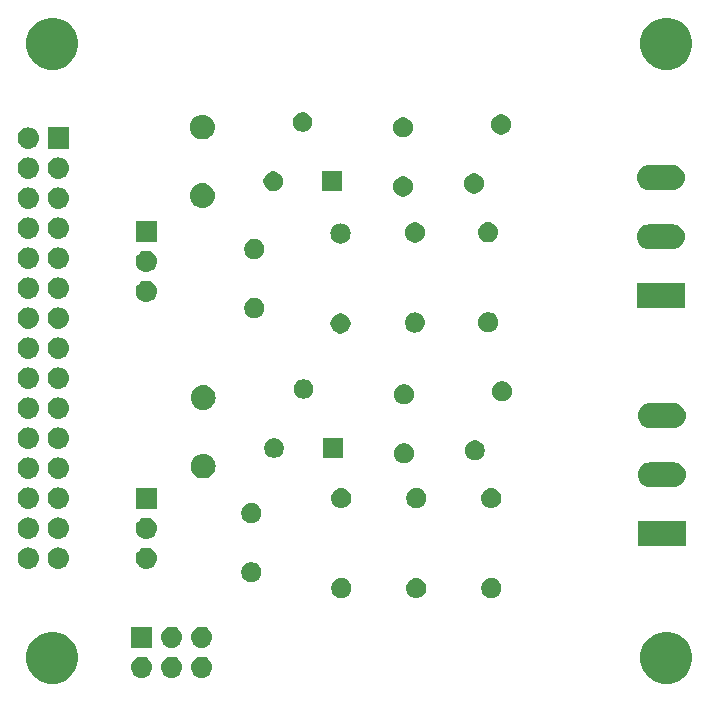
<source format=gbr>
G04 #@! TF.GenerationSoftware,KiCad,Pcbnew,(5.1.2)-1*
G04 #@! TF.CreationDate,2019-10-08T11:37:34+11:00*
G04 #@! TF.ProjectId,AnalogDiscovery_x20_powerMainsProbe,416e616c-6f67-4446-9973-636f76657279,rev?*
G04 #@! TF.SameCoordinates,PX69618a0PY7bfa480*
G04 #@! TF.FileFunction,Soldermask,Bot*
G04 #@! TF.FilePolarity,Negative*
%FSLAX46Y46*%
G04 Gerber Fmt 4.6, Leading zero omitted, Abs format (unit mm)*
G04 Created by KiCad (PCBNEW (5.1.2)-1) date 2019-10-08 11:37:34*
%MOMM*%
%LPD*%
G04 APERTURE LIST*
%ADD10C,0.100000*%
G04 APERTURE END LIST*
D10*
G36*
X58642007Y8116418D02*
G01*
X59042563Y7950502D01*
X59042565Y7950501D01*
X59403056Y7709629D01*
X59709629Y7403056D01*
X59950501Y7042565D01*
X59950502Y7042563D01*
X60116418Y6642007D01*
X60201000Y6216781D01*
X60201000Y5783219D01*
X60116418Y5357993D01*
X59950502Y4957437D01*
X59950501Y4957435D01*
X59709629Y4596944D01*
X59403056Y4290371D01*
X59042565Y4049499D01*
X59042564Y4049498D01*
X59042563Y4049498D01*
X58642007Y3883582D01*
X58216781Y3799000D01*
X57783219Y3799000D01*
X57357993Y3883582D01*
X56957437Y4049498D01*
X56957436Y4049498D01*
X56957435Y4049499D01*
X56596944Y4290371D01*
X56290371Y4596944D01*
X56049499Y4957435D01*
X56049498Y4957437D01*
X55883582Y5357993D01*
X55799000Y5783219D01*
X55799000Y6216781D01*
X55883582Y6642007D01*
X56049498Y7042563D01*
X56049499Y7042565D01*
X56290371Y7403056D01*
X56596944Y7709629D01*
X56957435Y7950501D01*
X56957437Y7950502D01*
X57357993Y8116418D01*
X57783219Y8201000D01*
X58216781Y8201000D01*
X58642007Y8116418D01*
X58642007Y8116418D01*
G37*
G36*
X6642007Y8116418D02*
G01*
X7042563Y7950502D01*
X7042565Y7950501D01*
X7403056Y7709629D01*
X7709629Y7403056D01*
X7950501Y7042565D01*
X7950502Y7042563D01*
X8116418Y6642007D01*
X8201000Y6216781D01*
X8201000Y5783219D01*
X8116418Y5357993D01*
X7950502Y4957437D01*
X7950501Y4957435D01*
X7709629Y4596944D01*
X7403056Y4290371D01*
X7042565Y4049499D01*
X7042564Y4049498D01*
X7042563Y4049498D01*
X6642007Y3883582D01*
X6216781Y3799000D01*
X5783219Y3799000D01*
X5357993Y3883582D01*
X4957437Y4049498D01*
X4957436Y4049498D01*
X4957435Y4049499D01*
X4596944Y4290371D01*
X4290371Y4596944D01*
X4049499Y4957435D01*
X4049498Y4957437D01*
X3883582Y5357993D01*
X3799000Y5783219D01*
X3799000Y6216781D01*
X3883582Y6642007D01*
X4049498Y7042563D01*
X4049499Y7042565D01*
X4290371Y7403056D01*
X4596944Y7709629D01*
X4957435Y7950501D01*
X4957437Y7950502D01*
X5357993Y8116418D01*
X5783219Y8201000D01*
X6216781Y8201000D01*
X6642007Y8116418D01*
X6642007Y8116418D01*
G37*
G36*
X13670442Y6094482D02*
G01*
X13736627Y6087963D01*
X13906466Y6036443D01*
X14062991Y5952778D01*
X14098729Y5923448D01*
X14200186Y5840186D01*
X14283448Y5738729D01*
X14312778Y5702991D01*
X14396443Y5546466D01*
X14447963Y5376627D01*
X14465359Y5200000D01*
X14447963Y5023373D01*
X14396443Y4853534D01*
X14312778Y4697009D01*
X14283448Y4661271D01*
X14200186Y4559814D01*
X14098729Y4476552D01*
X14062991Y4447222D01*
X13906466Y4363557D01*
X13736627Y4312037D01*
X13670442Y4305518D01*
X13604260Y4299000D01*
X13515740Y4299000D01*
X13449558Y4305518D01*
X13383373Y4312037D01*
X13213534Y4363557D01*
X13057009Y4447222D01*
X13021271Y4476552D01*
X12919814Y4559814D01*
X12836552Y4661271D01*
X12807222Y4697009D01*
X12723557Y4853534D01*
X12672037Y5023373D01*
X12654641Y5200000D01*
X12672037Y5376627D01*
X12723557Y5546466D01*
X12807222Y5702991D01*
X12836552Y5738729D01*
X12919814Y5840186D01*
X13021271Y5923448D01*
X13057009Y5952778D01*
X13213534Y6036443D01*
X13383373Y6087963D01*
X13449558Y6094482D01*
X13515740Y6101000D01*
X13604260Y6101000D01*
X13670442Y6094482D01*
X13670442Y6094482D01*
G37*
G36*
X16210442Y6094482D02*
G01*
X16276627Y6087963D01*
X16446466Y6036443D01*
X16602991Y5952778D01*
X16638729Y5923448D01*
X16740186Y5840186D01*
X16823448Y5738729D01*
X16852778Y5702991D01*
X16936443Y5546466D01*
X16987963Y5376627D01*
X17005359Y5200000D01*
X16987963Y5023373D01*
X16936443Y4853534D01*
X16852778Y4697009D01*
X16823448Y4661271D01*
X16740186Y4559814D01*
X16638729Y4476552D01*
X16602991Y4447222D01*
X16446466Y4363557D01*
X16276627Y4312037D01*
X16210442Y4305518D01*
X16144260Y4299000D01*
X16055740Y4299000D01*
X15989558Y4305518D01*
X15923373Y4312037D01*
X15753534Y4363557D01*
X15597009Y4447222D01*
X15561271Y4476552D01*
X15459814Y4559814D01*
X15376552Y4661271D01*
X15347222Y4697009D01*
X15263557Y4853534D01*
X15212037Y5023373D01*
X15194641Y5200000D01*
X15212037Y5376627D01*
X15263557Y5546466D01*
X15347222Y5702991D01*
X15376552Y5738729D01*
X15459814Y5840186D01*
X15561271Y5923448D01*
X15597009Y5952778D01*
X15753534Y6036443D01*
X15923373Y6087963D01*
X15989558Y6094482D01*
X16055740Y6101000D01*
X16144260Y6101000D01*
X16210442Y6094482D01*
X16210442Y6094482D01*
G37*
G36*
X18750442Y6094482D02*
G01*
X18816627Y6087963D01*
X18986466Y6036443D01*
X19142991Y5952778D01*
X19178729Y5923448D01*
X19280186Y5840186D01*
X19363448Y5738729D01*
X19392778Y5702991D01*
X19476443Y5546466D01*
X19527963Y5376627D01*
X19545359Y5200000D01*
X19527963Y5023373D01*
X19476443Y4853534D01*
X19392778Y4697009D01*
X19363448Y4661271D01*
X19280186Y4559814D01*
X19178729Y4476552D01*
X19142991Y4447222D01*
X18986466Y4363557D01*
X18816627Y4312037D01*
X18750442Y4305518D01*
X18684260Y4299000D01*
X18595740Y4299000D01*
X18529558Y4305518D01*
X18463373Y4312037D01*
X18293534Y4363557D01*
X18137009Y4447222D01*
X18101271Y4476552D01*
X17999814Y4559814D01*
X17916552Y4661271D01*
X17887222Y4697009D01*
X17803557Y4853534D01*
X17752037Y5023373D01*
X17734641Y5200000D01*
X17752037Y5376627D01*
X17803557Y5546466D01*
X17887222Y5702991D01*
X17916552Y5738729D01*
X17999814Y5840186D01*
X18101271Y5923448D01*
X18137009Y5952778D01*
X18293534Y6036443D01*
X18463373Y6087963D01*
X18529558Y6094482D01*
X18595740Y6101000D01*
X18684260Y6101000D01*
X18750442Y6094482D01*
X18750442Y6094482D01*
G37*
G36*
X14461000Y6839000D02*
G01*
X12659000Y6839000D01*
X12659000Y8641000D01*
X14461000Y8641000D01*
X14461000Y6839000D01*
X14461000Y6839000D01*
G37*
G36*
X16210442Y8634482D02*
G01*
X16276627Y8627963D01*
X16446466Y8576443D01*
X16602991Y8492778D01*
X16638729Y8463448D01*
X16740186Y8380186D01*
X16823448Y8278729D01*
X16852778Y8242991D01*
X16936443Y8086466D01*
X16987963Y7916627D01*
X17005359Y7740000D01*
X16987963Y7563373D01*
X16936443Y7393534D01*
X16852778Y7237009D01*
X16823448Y7201271D01*
X16740186Y7099814D01*
X16670424Y7042563D01*
X16602991Y6987222D01*
X16446466Y6903557D01*
X16276627Y6852037D01*
X16210442Y6845518D01*
X16144260Y6839000D01*
X16055740Y6839000D01*
X15989558Y6845518D01*
X15923373Y6852037D01*
X15753534Y6903557D01*
X15597009Y6987222D01*
X15529576Y7042563D01*
X15459814Y7099814D01*
X15376552Y7201271D01*
X15347222Y7237009D01*
X15263557Y7393534D01*
X15212037Y7563373D01*
X15194641Y7740000D01*
X15212037Y7916627D01*
X15263557Y8086466D01*
X15347222Y8242991D01*
X15376552Y8278729D01*
X15459814Y8380186D01*
X15561271Y8463448D01*
X15597009Y8492778D01*
X15753534Y8576443D01*
X15923373Y8627963D01*
X15989558Y8634482D01*
X16055740Y8641000D01*
X16144260Y8641000D01*
X16210442Y8634482D01*
X16210442Y8634482D01*
G37*
G36*
X18750442Y8634482D02*
G01*
X18816627Y8627963D01*
X18986466Y8576443D01*
X19142991Y8492778D01*
X19178729Y8463448D01*
X19280186Y8380186D01*
X19363448Y8278729D01*
X19392778Y8242991D01*
X19476443Y8086466D01*
X19527963Y7916627D01*
X19545359Y7740000D01*
X19527963Y7563373D01*
X19476443Y7393534D01*
X19392778Y7237009D01*
X19363448Y7201271D01*
X19280186Y7099814D01*
X19210424Y7042563D01*
X19142991Y6987222D01*
X18986466Y6903557D01*
X18816627Y6852037D01*
X18750442Y6845518D01*
X18684260Y6839000D01*
X18595740Y6839000D01*
X18529558Y6845518D01*
X18463373Y6852037D01*
X18293534Y6903557D01*
X18137009Y6987222D01*
X18069576Y7042563D01*
X17999814Y7099814D01*
X17916552Y7201271D01*
X17887222Y7237009D01*
X17803557Y7393534D01*
X17752037Y7563373D01*
X17734641Y7740000D01*
X17752037Y7916627D01*
X17803557Y8086466D01*
X17887222Y8242991D01*
X17916552Y8278729D01*
X17999814Y8380186D01*
X18101271Y8463448D01*
X18137009Y8492778D01*
X18293534Y8576443D01*
X18463373Y8627963D01*
X18529558Y8634482D01*
X18595740Y8641000D01*
X18684260Y8641000D01*
X18750442Y8634482D01*
X18750442Y8634482D01*
G37*
G36*
X43418228Y12708297D02*
G01*
X43573100Y12644147D01*
X43712481Y12551015D01*
X43831015Y12432481D01*
X43924147Y12293100D01*
X43988297Y12138228D01*
X44021000Y11973816D01*
X44021000Y11806184D01*
X43988297Y11641772D01*
X43924147Y11486900D01*
X43831015Y11347519D01*
X43712481Y11228985D01*
X43573100Y11135853D01*
X43418228Y11071703D01*
X43253816Y11039000D01*
X43086184Y11039000D01*
X42921772Y11071703D01*
X42766900Y11135853D01*
X42627519Y11228985D01*
X42508985Y11347519D01*
X42415853Y11486900D01*
X42351703Y11641772D01*
X42319000Y11806184D01*
X42319000Y11973816D01*
X42351703Y12138228D01*
X42415853Y12293100D01*
X42508985Y12432481D01*
X42627519Y12551015D01*
X42766900Y12644147D01*
X42921772Y12708297D01*
X43086184Y12741000D01*
X43253816Y12741000D01*
X43418228Y12708297D01*
X43418228Y12708297D01*
G37*
G36*
X36986823Y12728687D02*
G01*
X37147242Y12680024D01*
X37214361Y12644148D01*
X37295078Y12601004D01*
X37424659Y12494659D01*
X37531004Y12365078D01*
X37531005Y12365076D01*
X37610024Y12217242D01*
X37658687Y12056823D01*
X37675117Y11890000D01*
X37658687Y11723177D01*
X37610024Y11562758D01*
X37569477Y11486900D01*
X37531004Y11414922D01*
X37424659Y11285341D01*
X37295078Y11178996D01*
X37295076Y11178995D01*
X37147242Y11099976D01*
X36986823Y11051313D01*
X36861804Y11039000D01*
X36778196Y11039000D01*
X36653177Y11051313D01*
X36492758Y11099976D01*
X36344924Y11178995D01*
X36344922Y11178996D01*
X36215341Y11285341D01*
X36108996Y11414922D01*
X36070523Y11486900D01*
X36029976Y11562758D01*
X35981313Y11723177D01*
X35964883Y11890000D01*
X35981313Y12056823D01*
X36029976Y12217242D01*
X36108995Y12365076D01*
X36108996Y12365078D01*
X36215341Y12494659D01*
X36344922Y12601004D01*
X36425639Y12644148D01*
X36492758Y12680024D01*
X36653177Y12728687D01*
X36778196Y12741000D01*
X36861804Y12741000D01*
X36986823Y12728687D01*
X36986823Y12728687D01*
G37*
G36*
X30718228Y12708297D02*
G01*
X30873100Y12644147D01*
X31012481Y12551015D01*
X31131015Y12432481D01*
X31224147Y12293100D01*
X31288297Y12138228D01*
X31321000Y11973816D01*
X31321000Y11806184D01*
X31288297Y11641772D01*
X31224147Y11486900D01*
X31131015Y11347519D01*
X31012481Y11228985D01*
X30873100Y11135853D01*
X30718228Y11071703D01*
X30553816Y11039000D01*
X30386184Y11039000D01*
X30221772Y11071703D01*
X30066900Y11135853D01*
X29927519Y11228985D01*
X29808985Y11347519D01*
X29715853Y11486900D01*
X29651703Y11641772D01*
X29619000Y11806184D01*
X29619000Y11973816D01*
X29651703Y12138228D01*
X29715853Y12293100D01*
X29808985Y12432481D01*
X29927519Y12551015D01*
X30066900Y12644147D01*
X30221772Y12708297D01*
X30386184Y12741000D01*
X30553816Y12741000D01*
X30718228Y12708297D01*
X30718228Y12708297D01*
G37*
G36*
X23098228Y14058297D02*
G01*
X23253100Y13994147D01*
X23392481Y13901015D01*
X23511015Y13782481D01*
X23604147Y13643100D01*
X23668297Y13488228D01*
X23701000Y13323816D01*
X23701000Y13156184D01*
X23668297Y12991772D01*
X23604147Y12836900D01*
X23511015Y12697519D01*
X23392481Y12578985D01*
X23253100Y12485853D01*
X23098228Y12421703D01*
X22933816Y12389000D01*
X22766184Y12389000D01*
X22601772Y12421703D01*
X22446900Y12485853D01*
X22307519Y12578985D01*
X22188985Y12697519D01*
X22095853Y12836900D01*
X22031703Y12991772D01*
X21999000Y13156184D01*
X21999000Y13323816D01*
X22031703Y13488228D01*
X22095853Y13643100D01*
X22188985Y13782481D01*
X22307519Y13901015D01*
X22446900Y13994147D01*
X22601772Y14058297D01*
X22766184Y14091000D01*
X22933816Y14091000D01*
X23098228Y14058297D01*
X23098228Y14058297D01*
G37*
G36*
X14070443Y15324481D02*
G01*
X14136627Y15317963D01*
X14306466Y15266443D01*
X14462991Y15182778D01*
X14498729Y15153448D01*
X14600186Y15070186D01*
X14683448Y14968729D01*
X14712778Y14932991D01*
X14796443Y14776466D01*
X14847963Y14606627D01*
X14865359Y14430000D01*
X14847963Y14253373D01*
X14796443Y14083534D01*
X14712778Y13927009D01*
X14691445Y13901015D01*
X14600186Y13789814D01*
X14498729Y13706552D01*
X14462991Y13677222D01*
X14462989Y13677221D01*
X14325177Y13603558D01*
X14306466Y13593557D01*
X14136627Y13542037D01*
X14070442Y13535518D01*
X14004260Y13529000D01*
X13915740Y13529000D01*
X13849558Y13535518D01*
X13783373Y13542037D01*
X13613534Y13593557D01*
X13594824Y13603558D01*
X13457011Y13677221D01*
X13457009Y13677222D01*
X13421271Y13706552D01*
X13319814Y13789814D01*
X13228555Y13901015D01*
X13207222Y13927009D01*
X13123557Y14083534D01*
X13072037Y14253373D01*
X13054641Y14430000D01*
X13072037Y14606627D01*
X13123557Y14776466D01*
X13207222Y14932991D01*
X13236552Y14968729D01*
X13319814Y15070186D01*
X13421271Y15153448D01*
X13457009Y15182778D01*
X13613534Y15266443D01*
X13783373Y15317963D01*
X13849557Y15324481D01*
X13915740Y15331000D01*
X14004260Y15331000D01*
X14070443Y15324481D01*
X14070443Y15324481D01*
G37*
G36*
X4070443Y15334481D02*
G01*
X4136627Y15327963D01*
X4306466Y15276443D01*
X4306468Y15276442D01*
X4384728Y15234611D01*
X4462991Y15192778D01*
X4498729Y15163448D01*
X4600186Y15080186D01*
X4683448Y14978729D01*
X4712778Y14942991D01*
X4796443Y14786466D01*
X4847963Y14616627D01*
X4865359Y14440000D01*
X4847963Y14263373D01*
X4796443Y14093534D01*
X4712778Y13937009D01*
X4704571Y13927009D01*
X4600186Y13799814D01*
X4498729Y13716552D01*
X4462991Y13687222D01*
X4306466Y13603557D01*
X4136627Y13552037D01*
X4070443Y13545519D01*
X4004260Y13539000D01*
X3915740Y13539000D01*
X3849557Y13545519D01*
X3783373Y13552037D01*
X3613534Y13603557D01*
X3457009Y13687222D01*
X3421271Y13716552D01*
X3319814Y13799814D01*
X3215429Y13927009D01*
X3207222Y13937009D01*
X3123557Y14093534D01*
X3072037Y14263373D01*
X3054641Y14440000D01*
X3072037Y14616627D01*
X3123557Y14786466D01*
X3207222Y14942991D01*
X3236552Y14978729D01*
X3319814Y15080186D01*
X3421271Y15163448D01*
X3457009Y15192778D01*
X3535272Y15234611D01*
X3613532Y15276442D01*
X3613534Y15276443D01*
X3783373Y15327963D01*
X3849557Y15334481D01*
X3915740Y15341000D01*
X4004260Y15341000D01*
X4070443Y15334481D01*
X4070443Y15334481D01*
G37*
G36*
X6610443Y15334481D02*
G01*
X6676627Y15327963D01*
X6846466Y15276443D01*
X6846468Y15276442D01*
X6924728Y15234611D01*
X7002991Y15192778D01*
X7038729Y15163448D01*
X7140186Y15080186D01*
X7223448Y14978729D01*
X7252778Y14942991D01*
X7336443Y14786466D01*
X7387963Y14616627D01*
X7405359Y14440000D01*
X7387963Y14263373D01*
X7336443Y14093534D01*
X7252778Y13937009D01*
X7244571Y13927009D01*
X7140186Y13799814D01*
X7038729Y13716552D01*
X7002991Y13687222D01*
X6846466Y13603557D01*
X6676627Y13552037D01*
X6610443Y13545519D01*
X6544260Y13539000D01*
X6455740Y13539000D01*
X6389557Y13545519D01*
X6323373Y13552037D01*
X6153534Y13603557D01*
X5997009Y13687222D01*
X5961271Y13716552D01*
X5859814Y13799814D01*
X5755429Y13927009D01*
X5747222Y13937009D01*
X5663557Y14093534D01*
X5612037Y14263373D01*
X5594641Y14440000D01*
X5612037Y14616627D01*
X5663557Y14786466D01*
X5747222Y14942991D01*
X5776552Y14978729D01*
X5859814Y15080186D01*
X5961271Y15163448D01*
X5997009Y15192778D01*
X6075272Y15234611D01*
X6153532Y15276442D01*
X6153534Y15276443D01*
X6323373Y15327963D01*
X6389557Y15334481D01*
X6455740Y15341000D01*
X6544260Y15341000D01*
X6610443Y15334481D01*
X6610443Y15334481D01*
G37*
G36*
X59631000Y15459000D02*
G01*
X55569000Y15459000D01*
X55569000Y17541000D01*
X59631000Y17541000D01*
X59631000Y15459000D01*
X59631000Y15459000D01*
G37*
G36*
X14070443Y17864481D02*
G01*
X14136627Y17857963D01*
X14306466Y17806443D01*
X14462991Y17722778D01*
X14493768Y17697520D01*
X14600186Y17610186D01*
X14683448Y17508729D01*
X14712778Y17472991D01*
X14796443Y17316466D01*
X14847963Y17146627D01*
X14865359Y16970000D01*
X14847963Y16793373D01*
X14796443Y16623534D01*
X14712778Y16467009D01*
X14683448Y16431271D01*
X14600186Y16329814D01*
X14498729Y16246552D01*
X14462991Y16217222D01*
X14462989Y16217221D01*
X14325177Y16143558D01*
X14306466Y16133557D01*
X14136627Y16082037D01*
X14070443Y16075519D01*
X14004260Y16069000D01*
X13915740Y16069000D01*
X13849557Y16075519D01*
X13783373Y16082037D01*
X13613534Y16133557D01*
X13594824Y16143558D01*
X13457011Y16217221D01*
X13457009Y16217222D01*
X13421271Y16246552D01*
X13319814Y16329814D01*
X13236552Y16431271D01*
X13207222Y16467009D01*
X13123557Y16623534D01*
X13072037Y16793373D01*
X13054641Y16970000D01*
X13072037Y17146627D01*
X13123557Y17316466D01*
X13207222Y17472991D01*
X13236552Y17508729D01*
X13319814Y17610186D01*
X13426232Y17697520D01*
X13457009Y17722778D01*
X13613534Y17806443D01*
X13783373Y17857963D01*
X13849557Y17864481D01*
X13915740Y17871000D01*
X14004260Y17871000D01*
X14070443Y17864481D01*
X14070443Y17864481D01*
G37*
G36*
X6610442Y17874482D02*
G01*
X6676627Y17867963D01*
X6846466Y17816443D01*
X6846468Y17816442D01*
X6924729Y17774610D01*
X7002991Y17732778D01*
X7038729Y17703448D01*
X7140186Y17620186D01*
X7205171Y17541000D01*
X7252778Y17482991D01*
X7336443Y17326466D01*
X7387963Y17156627D01*
X7405359Y16980000D01*
X7387963Y16803373D01*
X7336443Y16633534D01*
X7252778Y16477009D01*
X7244571Y16467009D01*
X7140186Y16339814D01*
X7038729Y16256552D01*
X7002991Y16227222D01*
X6846466Y16143557D01*
X6676627Y16092037D01*
X6610443Y16085519D01*
X6544260Y16079000D01*
X6455740Y16079000D01*
X6389557Y16085519D01*
X6323373Y16092037D01*
X6153534Y16143557D01*
X5997009Y16227222D01*
X5961271Y16256552D01*
X5859814Y16339814D01*
X5755429Y16467009D01*
X5747222Y16477009D01*
X5663557Y16633534D01*
X5612037Y16803373D01*
X5594641Y16980000D01*
X5612037Y17156627D01*
X5663557Y17326466D01*
X5747222Y17482991D01*
X5794829Y17541000D01*
X5859814Y17620186D01*
X5961271Y17703448D01*
X5997009Y17732778D01*
X6075272Y17774611D01*
X6153532Y17816442D01*
X6153534Y17816443D01*
X6323373Y17867963D01*
X6389558Y17874482D01*
X6455740Y17881000D01*
X6544260Y17881000D01*
X6610442Y17874482D01*
X6610442Y17874482D01*
G37*
G36*
X4070442Y17874482D02*
G01*
X4136627Y17867963D01*
X4306466Y17816443D01*
X4306468Y17816442D01*
X4384729Y17774610D01*
X4462991Y17732778D01*
X4498729Y17703448D01*
X4600186Y17620186D01*
X4665171Y17541000D01*
X4712778Y17482991D01*
X4796443Y17326466D01*
X4847963Y17156627D01*
X4865359Y16980000D01*
X4847963Y16803373D01*
X4796443Y16633534D01*
X4712778Y16477009D01*
X4704571Y16467009D01*
X4600186Y16339814D01*
X4498729Y16256552D01*
X4462991Y16227222D01*
X4306466Y16143557D01*
X4136627Y16092037D01*
X4070443Y16085519D01*
X4004260Y16079000D01*
X3915740Y16079000D01*
X3849557Y16085519D01*
X3783373Y16092037D01*
X3613534Y16143557D01*
X3457009Y16227222D01*
X3421271Y16256552D01*
X3319814Y16339814D01*
X3215429Y16467009D01*
X3207222Y16477009D01*
X3123557Y16633534D01*
X3072037Y16803373D01*
X3054641Y16980000D01*
X3072037Y17156627D01*
X3123557Y17326466D01*
X3207222Y17482991D01*
X3254829Y17541000D01*
X3319814Y17620186D01*
X3421271Y17703448D01*
X3457009Y17732778D01*
X3535272Y17774611D01*
X3613532Y17816442D01*
X3613534Y17816443D01*
X3783373Y17867963D01*
X3849558Y17874482D01*
X3915740Y17881000D01*
X4004260Y17881000D01*
X4070442Y17874482D01*
X4070442Y17874482D01*
G37*
G36*
X23098228Y19058297D02*
G01*
X23253100Y18994147D01*
X23392481Y18901015D01*
X23511015Y18782481D01*
X23604147Y18643100D01*
X23668297Y18488228D01*
X23701000Y18323816D01*
X23701000Y18156184D01*
X23668297Y17991772D01*
X23604147Y17836900D01*
X23511015Y17697519D01*
X23392481Y17578985D01*
X23253100Y17485853D01*
X23098228Y17421703D01*
X22933816Y17389000D01*
X22766184Y17389000D01*
X22601772Y17421703D01*
X22446900Y17485853D01*
X22307519Y17578985D01*
X22188985Y17697519D01*
X22095853Y17836900D01*
X22031703Y17991772D01*
X21999000Y18156184D01*
X21999000Y18323816D01*
X22031703Y18488228D01*
X22095853Y18643100D01*
X22188985Y18782481D01*
X22307519Y18901015D01*
X22446900Y18994147D01*
X22601772Y19058297D01*
X22766184Y19091000D01*
X22933816Y19091000D01*
X23098228Y19058297D01*
X23098228Y19058297D01*
G37*
G36*
X14861000Y18609000D02*
G01*
X13059000Y18609000D01*
X13059000Y20411000D01*
X14861000Y20411000D01*
X14861000Y18609000D01*
X14861000Y18609000D01*
G37*
G36*
X6610443Y20414481D02*
G01*
X6676627Y20407963D01*
X6846466Y20356443D01*
X7002991Y20272778D01*
X7038729Y20243448D01*
X7140186Y20160186D01*
X7223448Y20058729D01*
X7252778Y20022991D01*
X7336443Y19866466D01*
X7387963Y19696627D01*
X7405359Y19520000D01*
X7387963Y19343373D01*
X7336443Y19173534D01*
X7252778Y19017009D01*
X7223448Y18981271D01*
X7140186Y18879814D01*
X7041706Y18798995D01*
X7002991Y18767222D01*
X6846466Y18683557D01*
X6676627Y18632037D01*
X6610443Y18625519D01*
X6544260Y18619000D01*
X6455740Y18619000D01*
X6389557Y18625519D01*
X6323373Y18632037D01*
X6153534Y18683557D01*
X5997009Y18767222D01*
X5958294Y18798995D01*
X5859814Y18879814D01*
X5776552Y18981271D01*
X5747222Y19017009D01*
X5663557Y19173534D01*
X5612037Y19343373D01*
X5594641Y19520000D01*
X5612037Y19696627D01*
X5663557Y19866466D01*
X5747222Y20022991D01*
X5776552Y20058729D01*
X5859814Y20160186D01*
X5961271Y20243448D01*
X5997009Y20272778D01*
X6153534Y20356443D01*
X6323373Y20407963D01*
X6389557Y20414481D01*
X6455740Y20421000D01*
X6544260Y20421000D01*
X6610443Y20414481D01*
X6610443Y20414481D01*
G37*
G36*
X4070443Y20414481D02*
G01*
X4136627Y20407963D01*
X4306466Y20356443D01*
X4462991Y20272778D01*
X4498729Y20243448D01*
X4600186Y20160186D01*
X4683448Y20058729D01*
X4712778Y20022991D01*
X4796443Y19866466D01*
X4847963Y19696627D01*
X4865359Y19520000D01*
X4847963Y19343373D01*
X4796443Y19173534D01*
X4712778Y19017009D01*
X4683448Y18981271D01*
X4600186Y18879814D01*
X4501706Y18798995D01*
X4462991Y18767222D01*
X4306466Y18683557D01*
X4136627Y18632037D01*
X4070443Y18625519D01*
X4004260Y18619000D01*
X3915740Y18619000D01*
X3849557Y18625519D01*
X3783373Y18632037D01*
X3613534Y18683557D01*
X3457009Y18767222D01*
X3418294Y18798995D01*
X3319814Y18879814D01*
X3236552Y18981271D01*
X3207222Y19017009D01*
X3123557Y19173534D01*
X3072037Y19343373D01*
X3054641Y19520000D01*
X3072037Y19696627D01*
X3123557Y19866466D01*
X3207222Y20022991D01*
X3236552Y20058729D01*
X3319814Y20160186D01*
X3421271Y20243448D01*
X3457009Y20272778D01*
X3613534Y20356443D01*
X3783373Y20407963D01*
X3849557Y20414481D01*
X3915740Y20421000D01*
X4004260Y20421000D01*
X4070443Y20414481D01*
X4070443Y20414481D01*
G37*
G36*
X43336823Y20348687D02*
G01*
X43497242Y20300024D01*
X43564361Y20264148D01*
X43645078Y20221004D01*
X43774659Y20114659D01*
X43881004Y19985078D01*
X43881005Y19985076D01*
X43960024Y19837242D01*
X44008687Y19676823D01*
X44025117Y19510000D01*
X44008687Y19343177D01*
X43960024Y19182758D01*
X43919477Y19106900D01*
X43881004Y19034922D01*
X43774659Y18905341D01*
X43645078Y18798996D01*
X43645076Y18798995D01*
X43497242Y18719976D01*
X43336823Y18671313D01*
X43211804Y18659000D01*
X43128196Y18659000D01*
X43003177Y18671313D01*
X42842758Y18719976D01*
X42694924Y18798995D01*
X42694922Y18798996D01*
X42565341Y18905341D01*
X42458996Y19034922D01*
X42420523Y19106900D01*
X42379976Y19182758D01*
X42331313Y19343177D01*
X42314883Y19510000D01*
X42331313Y19676823D01*
X42379976Y19837242D01*
X42458995Y19985076D01*
X42458996Y19985078D01*
X42565341Y20114659D01*
X42694922Y20221004D01*
X42775639Y20264148D01*
X42842758Y20300024D01*
X43003177Y20348687D01*
X43128196Y20361000D01*
X43211804Y20361000D01*
X43336823Y20348687D01*
X43336823Y20348687D01*
G37*
G36*
X30636823Y20348687D02*
G01*
X30797242Y20300024D01*
X30864361Y20264148D01*
X30945078Y20221004D01*
X31074659Y20114659D01*
X31181004Y19985078D01*
X31181005Y19985076D01*
X31260024Y19837242D01*
X31308687Y19676823D01*
X31325117Y19510000D01*
X31308687Y19343177D01*
X31260024Y19182758D01*
X31219477Y19106900D01*
X31181004Y19034922D01*
X31074659Y18905341D01*
X30945078Y18798996D01*
X30945076Y18798995D01*
X30797242Y18719976D01*
X30636823Y18671313D01*
X30511804Y18659000D01*
X30428196Y18659000D01*
X30303177Y18671313D01*
X30142758Y18719976D01*
X29994924Y18798995D01*
X29994922Y18798996D01*
X29865341Y18905341D01*
X29758996Y19034922D01*
X29720523Y19106900D01*
X29679976Y19182758D01*
X29631313Y19343177D01*
X29614883Y19510000D01*
X29631313Y19676823D01*
X29679976Y19837242D01*
X29758995Y19985076D01*
X29758996Y19985078D01*
X29865341Y20114659D01*
X29994922Y20221004D01*
X30075639Y20264148D01*
X30142758Y20300024D01*
X30303177Y20348687D01*
X30428196Y20361000D01*
X30511804Y20361000D01*
X30636823Y20348687D01*
X30636823Y20348687D01*
G37*
G36*
X37068228Y20328297D02*
G01*
X37223100Y20264147D01*
X37362481Y20171015D01*
X37481015Y20052481D01*
X37574147Y19913100D01*
X37638297Y19758228D01*
X37671000Y19593816D01*
X37671000Y19426184D01*
X37638297Y19261772D01*
X37574147Y19106900D01*
X37481015Y18967519D01*
X37362481Y18848985D01*
X37223100Y18755853D01*
X37068228Y18691703D01*
X36903816Y18659000D01*
X36736184Y18659000D01*
X36571772Y18691703D01*
X36416900Y18755853D01*
X36277519Y18848985D01*
X36158985Y18967519D01*
X36065853Y19106900D01*
X36001703Y19261772D01*
X35969000Y19426184D01*
X35969000Y19593816D01*
X36001703Y19758228D01*
X36065853Y19913100D01*
X36158985Y20052481D01*
X36277519Y20171015D01*
X36416900Y20264147D01*
X36571772Y20328297D01*
X36736184Y20361000D01*
X36903816Y20361000D01*
X37068228Y20328297D01*
X37068228Y20328297D01*
G37*
G36*
X58692112Y22535979D02*
G01*
X58794072Y22525937D01*
X58990301Y22466411D01*
X58990303Y22466410D01*
X59171145Y22369748D01*
X59329660Y22239660D01*
X59459748Y22081145D01*
X59556410Y21900303D01*
X59556411Y21900301D01*
X59615937Y21704072D01*
X59636036Y21500000D01*
X59615937Y21295928D01*
X59556411Y21099699D01*
X59556410Y21099697D01*
X59459748Y20918855D01*
X59329660Y20760340D01*
X59171145Y20630252D01*
X58990303Y20533590D01*
X58990301Y20533589D01*
X58794072Y20474063D01*
X58692112Y20464021D01*
X58641133Y20459000D01*
X56558867Y20459000D01*
X56507888Y20464021D01*
X56405928Y20474063D01*
X56209699Y20533589D01*
X56209697Y20533590D01*
X56028855Y20630252D01*
X55870340Y20760340D01*
X55740252Y20918855D01*
X55643590Y21099697D01*
X55643589Y21099699D01*
X55584063Y21295928D01*
X55563964Y21500000D01*
X55584063Y21704072D01*
X55643589Y21900301D01*
X55643590Y21900303D01*
X55740252Y22081145D01*
X55870340Y22239660D01*
X56028855Y22369748D01*
X56209697Y22466410D01*
X56209699Y22466411D01*
X56405928Y22525937D01*
X56507888Y22535979D01*
X56558867Y22541000D01*
X58641133Y22541000D01*
X58692112Y22535979D01*
X58692112Y22535979D01*
G37*
G36*
X4070442Y22954482D02*
G01*
X4136627Y22947963D01*
X4306466Y22896443D01*
X4462991Y22812778D01*
X4483614Y22795853D01*
X4600186Y22700186D01*
X4683448Y22598729D01*
X4712778Y22562991D01*
X4796443Y22406466D01*
X4847963Y22236627D01*
X4865359Y22060000D01*
X4847963Y21883373D01*
X4796443Y21713534D01*
X4712778Y21557009D01*
X4683448Y21521271D01*
X4600186Y21419814D01*
X4498729Y21336552D01*
X4462991Y21307222D01*
X4306466Y21223557D01*
X4136627Y21172037D01*
X4070442Y21165518D01*
X4004260Y21159000D01*
X3915740Y21159000D01*
X3849558Y21165518D01*
X3783373Y21172037D01*
X3613534Y21223557D01*
X3457009Y21307222D01*
X3421271Y21336552D01*
X3319814Y21419814D01*
X3236552Y21521271D01*
X3207222Y21557009D01*
X3123557Y21713534D01*
X3072037Y21883373D01*
X3054641Y22060000D01*
X3072037Y22236627D01*
X3123557Y22406466D01*
X3207222Y22562991D01*
X3236552Y22598729D01*
X3319814Y22700186D01*
X3436386Y22795853D01*
X3457009Y22812778D01*
X3613534Y22896443D01*
X3783373Y22947963D01*
X3849558Y22954482D01*
X3915740Y22961000D01*
X4004260Y22961000D01*
X4070442Y22954482D01*
X4070442Y22954482D01*
G37*
G36*
X6610442Y22954482D02*
G01*
X6676627Y22947963D01*
X6846466Y22896443D01*
X7002991Y22812778D01*
X7023614Y22795853D01*
X7140186Y22700186D01*
X7223448Y22598729D01*
X7252778Y22562991D01*
X7336443Y22406466D01*
X7387963Y22236627D01*
X7405359Y22060000D01*
X7387963Y21883373D01*
X7336443Y21713534D01*
X7252778Y21557009D01*
X7223448Y21521271D01*
X7140186Y21419814D01*
X7038729Y21336552D01*
X7002991Y21307222D01*
X6846466Y21223557D01*
X6676627Y21172037D01*
X6610442Y21165518D01*
X6544260Y21159000D01*
X6455740Y21159000D01*
X6389558Y21165518D01*
X6323373Y21172037D01*
X6153534Y21223557D01*
X5997009Y21307222D01*
X5961271Y21336552D01*
X5859814Y21419814D01*
X5776552Y21521271D01*
X5747222Y21557009D01*
X5663557Y21713534D01*
X5612037Y21883373D01*
X5594641Y22060000D01*
X5612037Y22236627D01*
X5663557Y22406466D01*
X5747222Y22562991D01*
X5776552Y22598729D01*
X5859814Y22700186D01*
X5976386Y22795853D01*
X5997009Y22812778D01*
X6153534Y22896443D01*
X6323373Y22947963D01*
X6389558Y22954482D01*
X6455740Y22961000D01*
X6544260Y22961000D01*
X6610442Y22954482D01*
X6610442Y22954482D01*
G37*
G36*
X18873097Y23275931D02*
G01*
X18976032Y23265793D01*
X19174146Y23205695D01*
X19174149Y23205694D01*
X19270975Y23153939D01*
X19356729Y23108103D01*
X19516765Y22976765D01*
X19648103Y22816729D01*
X19679751Y22757519D01*
X19745694Y22634149D01*
X19745695Y22634146D01*
X19805793Y22436032D01*
X19826085Y22230000D01*
X19805793Y22023968D01*
X19763144Y21883375D01*
X19745694Y21825851D01*
X19693939Y21729025D01*
X19648103Y21643271D01*
X19516765Y21483235D01*
X19356729Y21351897D01*
X19273147Y21307222D01*
X19174149Y21254306D01*
X19174146Y21254305D01*
X18976032Y21194207D01*
X18873097Y21184069D01*
X18821631Y21179000D01*
X18718369Y21179000D01*
X18666903Y21184069D01*
X18563968Y21194207D01*
X18365854Y21254305D01*
X18365851Y21254306D01*
X18266853Y21307222D01*
X18183271Y21351897D01*
X18023235Y21483235D01*
X17891897Y21643271D01*
X17846061Y21729025D01*
X17794306Y21825851D01*
X17776856Y21883375D01*
X17734207Y22023968D01*
X17713915Y22230000D01*
X17734207Y22436032D01*
X17794305Y22634146D01*
X17794306Y22634149D01*
X17860249Y22757519D01*
X17891897Y22816729D01*
X18023235Y22976765D01*
X18183271Y23108103D01*
X18269025Y23153939D01*
X18365851Y23205694D01*
X18365854Y23205695D01*
X18563968Y23265793D01*
X18666903Y23275931D01*
X18718369Y23281000D01*
X18821631Y23281000D01*
X18873097Y23275931D01*
X18873097Y23275931D01*
G37*
G36*
X36018228Y24118297D02*
G01*
X36173100Y24054147D01*
X36312481Y23961015D01*
X36431015Y23842481D01*
X36524147Y23703100D01*
X36588297Y23548228D01*
X36621000Y23383816D01*
X36621000Y23216184D01*
X36588297Y23051772D01*
X36524147Y22896900D01*
X36431015Y22757519D01*
X36312481Y22638985D01*
X36173100Y22545853D01*
X36018228Y22481703D01*
X35853816Y22449000D01*
X35686184Y22449000D01*
X35521772Y22481703D01*
X35366900Y22545853D01*
X35227519Y22638985D01*
X35108985Y22757519D01*
X35015853Y22896900D01*
X34951703Y23051772D01*
X34919000Y23216184D01*
X34919000Y23383816D01*
X34951703Y23548228D01*
X35015853Y23703100D01*
X35108985Y23842481D01*
X35227519Y23961015D01*
X35366900Y24054147D01*
X35521772Y24118297D01*
X35686184Y24151000D01*
X35853816Y24151000D01*
X36018228Y24118297D01*
X36018228Y24118297D01*
G37*
G36*
X42018228Y24368297D02*
G01*
X42173100Y24304147D01*
X42312481Y24211015D01*
X42431015Y24092481D01*
X42524147Y23953100D01*
X42588297Y23798228D01*
X42621000Y23633816D01*
X42621000Y23466184D01*
X42588297Y23301772D01*
X42524147Y23146900D01*
X42431015Y23007519D01*
X42312481Y22888985D01*
X42173100Y22795853D01*
X42018228Y22731703D01*
X41853816Y22699000D01*
X41686184Y22699000D01*
X41521772Y22731703D01*
X41366900Y22795853D01*
X41227519Y22888985D01*
X41108985Y23007519D01*
X41015853Y23146900D01*
X40951703Y23301772D01*
X40919000Y23466184D01*
X40919000Y23633816D01*
X40951703Y23798228D01*
X41015853Y23953100D01*
X41108985Y24092481D01*
X41227519Y24211015D01*
X41366900Y24304147D01*
X41521772Y24368297D01*
X41686184Y24401000D01*
X41853816Y24401000D01*
X42018228Y24368297D01*
X42018228Y24368297D01*
G37*
G36*
X25010935Y24544258D02*
G01*
X25161258Y24481992D01*
X25296545Y24391596D01*
X25411596Y24276545D01*
X25501992Y24141258D01*
X25564258Y23990935D01*
X25596000Y23831354D01*
X25596000Y23668646D01*
X25564258Y23509065D01*
X25501992Y23358742D01*
X25411596Y23223455D01*
X25296545Y23108404D01*
X25161258Y23018008D01*
X25010935Y22955742D01*
X24851354Y22924000D01*
X24688646Y22924000D01*
X24529065Y22955742D01*
X24378742Y23018008D01*
X24243455Y23108404D01*
X24128404Y23223455D01*
X24038008Y23358742D01*
X23975742Y23509065D01*
X23944000Y23668646D01*
X23944000Y23831354D01*
X23975742Y23990935D01*
X24038008Y24141258D01*
X24128404Y24276545D01*
X24243455Y24391596D01*
X24378742Y24481992D01*
X24529065Y24544258D01*
X24688646Y24576000D01*
X24851354Y24576000D01*
X25010935Y24544258D01*
X25010935Y24544258D01*
G37*
G36*
X30596000Y22924000D02*
G01*
X28944000Y22924000D01*
X28944000Y24576000D01*
X30596000Y24576000D01*
X30596000Y22924000D01*
X30596000Y22924000D01*
G37*
G36*
X6610443Y25494481D02*
G01*
X6676627Y25487963D01*
X6846466Y25436443D01*
X7002991Y25352778D01*
X7038729Y25323448D01*
X7140186Y25240186D01*
X7223448Y25138729D01*
X7252778Y25102991D01*
X7336443Y24946466D01*
X7387963Y24776627D01*
X7405359Y24600000D01*
X7387963Y24423373D01*
X7336443Y24253534D01*
X7252778Y24097009D01*
X7249061Y24092480D01*
X7140186Y23959814D01*
X7038729Y23876552D01*
X7002991Y23847222D01*
X6846466Y23763557D01*
X6676627Y23712037D01*
X6610442Y23705518D01*
X6544260Y23699000D01*
X6455740Y23699000D01*
X6389558Y23705518D01*
X6323373Y23712037D01*
X6153534Y23763557D01*
X5997009Y23847222D01*
X5961271Y23876552D01*
X5859814Y23959814D01*
X5750939Y24092480D01*
X5747222Y24097009D01*
X5663557Y24253534D01*
X5612037Y24423373D01*
X5594641Y24600000D01*
X5612037Y24776627D01*
X5663557Y24946466D01*
X5747222Y25102991D01*
X5776552Y25138729D01*
X5859814Y25240186D01*
X5961271Y25323448D01*
X5997009Y25352778D01*
X6153534Y25436443D01*
X6323373Y25487963D01*
X6389557Y25494481D01*
X6455740Y25501000D01*
X6544260Y25501000D01*
X6610443Y25494481D01*
X6610443Y25494481D01*
G37*
G36*
X4070443Y25494481D02*
G01*
X4136627Y25487963D01*
X4306466Y25436443D01*
X4462991Y25352778D01*
X4498729Y25323448D01*
X4600186Y25240186D01*
X4683448Y25138729D01*
X4712778Y25102991D01*
X4796443Y24946466D01*
X4847963Y24776627D01*
X4865359Y24600000D01*
X4847963Y24423373D01*
X4796443Y24253534D01*
X4712778Y24097009D01*
X4709061Y24092480D01*
X4600186Y23959814D01*
X4498729Y23876552D01*
X4462991Y23847222D01*
X4306466Y23763557D01*
X4136627Y23712037D01*
X4070442Y23705518D01*
X4004260Y23699000D01*
X3915740Y23699000D01*
X3849558Y23705518D01*
X3783373Y23712037D01*
X3613534Y23763557D01*
X3457009Y23847222D01*
X3421271Y23876552D01*
X3319814Y23959814D01*
X3210939Y24092480D01*
X3207222Y24097009D01*
X3123557Y24253534D01*
X3072037Y24423373D01*
X3054641Y24600000D01*
X3072037Y24776627D01*
X3123557Y24946466D01*
X3207222Y25102991D01*
X3236552Y25138729D01*
X3319814Y25240186D01*
X3421271Y25323448D01*
X3457009Y25352778D01*
X3613534Y25436443D01*
X3783373Y25487963D01*
X3849557Y25494481D01*
X3915740Y25501000D01*
X4004260Y25501000D01*
X4070443Y25494481D01*
X4070443Y25494481D01*
G37*
G36*
X58692112Y27535979D02*
G01*
X58794072Y27525937D01*
X58990301Y27466411D01*
X58990303Y27466410D01*
X59171145Y27369748D01*
X59329660Y27239660D01*
X59459748Y27081145D01*
X59522697Y26963375D01*
X59556411Y26900301D01*
X59615937Y26704072D01*
X59636036Y26500000D01*
X59615937Y26295928D01*
X59556411Y26099699D01*
X59556410Y26099697D01*
X59459748Y25918855D01*
X59329660Y25760340D01*
X59171145Y25630252D01*
X58990303Y25533590D01*
X58990301Y25533589D01*
X58794072Y25474063D01*
X58692112Y25464021D01*
X58641133Y25459000D01*
X56558867Y25459000D01*
X56507888Y25464021D01*
X56405928Y25474063D01*
X56209699Y25533589D01*
X56209697Y25533590D01*
X56028855Y25630252D01*
X55870340Y25760340D01*
X55740252Y25918855D01*
X55643590Y26099697D01*
X55643589Y26099699D01*
X55584063Y26295928D01*
X55563964Y26500000D01*
X55584063Y26704072D01*
X55643589Y26900301D01*
X55677303Y26963375D01*
X55740252Y27081145D01*
X55870340Y27239660D01*
X56028855Y27369748D01*
X56209697Y27466410D01*
X56209699Y27466411D01*
X56405928Y27525937D01*
X56507888Y27535979D01*
X56558867Y27541000D01*
X58641133Y27541000D01*
X58692112Y27535979D01*
X58692112Y27535979D01*
G37*
G36*
X4070442Y28034482D02*
G01*
X4136627Y28027963D01*
X4306466Y27976443D01*
X4462991Y27892778D01*
X4498729Y27863448D01*
X4600186Y27780186D01*
X4683448Y27678729D01*
X4712778Y27642991D01*
X4796443Y27486466D01*
X4847963Y27316627D01*
X4865359Y27140000D01*
X4847963Y26963373D01*
X4796443Y26793534D01*
X4712778Y26637009D01*
X4683448Y26601271D01*
X4600186Y26499814D01*
X4498729Y26416552D01*
X4462991Y26387222D01*
X4306466Y26303557D01*
X4136627Y26252037D01*
X4070442Y26245518D01*
X4004260Y26239000D01*
X3915740Y26239000D01*
X3849558Y26245518D01*
X3783373Y26252037D01*
X3613534Y26303557D01*
X3457009Y26387222D01*
X3421271Y26416552D01*
X3319814Y26499814D01*
X3236552Y26601271D01*
X3207222Y26637009D01*
X3123557Y26793534D01*
X3072037Y26963373D01*
X3054641Y27140000D01*
X3072037Y27316627D01*
X3123557Y27486466D01*
X3207222Y27642991D01*
X3236552Y27678729D01*
X3319814Y27780186D01*
X3421271Y27863448D01*
X3457009Y27892778D01*
X3613534Y27976443D01*
X3783373Y28027963D01*
X3849557Y28034481D01*
X3915740Y28041000D01*
X4004260Y28041000D01*
X4070442Y28034482D01*
X4070442Y28034482D01*
G37*
G36*
X6610442Y28034482D02*
G01*
X6676627Y28027963D01*
X6846466Y27976443D01*
X7002991Y27892778D01*
X7038729Y27863448D01*
X7140186Y27780186D01*
X7223448Y27678729D01*
X7252778Y27642991D01*
X7336443Y27486466D01*
X7387963Y27316627D01*
X7405359Y27140000D01*
X7387963Y26963373D01*
X7336443Y26793534D01*
X7252778Y26637009D01*
X7223448Y26601271D01*
X7140186Y26499814D01*
X7038729Y26416552D01*
X7002991Y26387222D01*
X6846466Y26303557D01*
X6676627Y26252037D01*
X6610442Y26245518D01*
X6544260Y26239000D01*
X6455740Y26239000D01*
X6389558Y26245518D01*
X6323373Y26252037D01*
X6153534Y26303557D01*
X5997009Y26387222D01*
X5961271Y26416552D01*
X5859814Y26499814D01*
X5776552Y26601271D01*
X5747222Y26637009D01*
X5663557Y26793534D01*
X5612037Y26963373D01*
X5594641Y27140000D01*
X5612037Y27316627D01*
X5663557Y27486466D01*
X5747222Y27642991D01*
X5776552Y27678729D01*
X5859814Y27780186D01*
X5961271Y27863448D01*
X5997009Y27892778D01*
X6153534Y27976443D01*
X6323373Y28027963D01*
X6389557Y28034481D01*
X6455740Y28041000D01*
X6544260Y28041000D01*
X6610442Y28034482D01*
X6610442Y28034482D01*
G37*
G36*
X18873097Y29075931D02*
G01*
X18976032Y29065793D01*
X19174146Y29005695D01*
X19174149Y29005694D01*
X19257737Y28961015D01*
X19356729Y28908103D01*
X19516765Y28776765D01*
X19648103Y28616729D01*
X19684717Y28548229D01*
X19745694Y28434149D01*
X19745695Y28434146D01*
X19805793Y28236032D01*
X19826085Y28030000D01*
X19805793Y27823968D01*
X19750893Y27642989D01*
X19745694Y27625851D01*
X19702934Y27545853D01*
X19648103Y27443271D01*
X19516765Y27283235D01*
X19356729Y27151897D01*
X19270975Y27106061D01*
X19174149Y27054306D01*
X19174146Y27054305D01*
X18976032Y26994207D01*
X18873097Y26984069D01*
X18821631Y26979000D01*
X18718369Y26979000D01*
X18666903Y26984069D01*
X18563968Y26994207D01*
X18365854Y27054305D01*
X18365851Y27054306D01*
X18269025Y27106061D01*
X18183271Y27151897D01*
X18023235Y27283235D01*
X17891897Y27443271D01*
X17837066Y27545853D01*
X17794306Y27625851D01*
X17789107Y27642989D01*
X17734207Y27823968D01*
X17713915Y28030000D01*
X17734207Y28236032D01*
X17794305Y28434146D01*
X17794306Y28434149D01*
X17855283Y28548229D01*
X17891897Y28616729D01*
X18023235Y28776765D01*
X18183271Y28908103D01*
X18282263Y28961015D01*
X18365851Y29005694D01*
X18365854Y29005695D01*
X18563968Y29065793D01*
X18666903Y29075931D01*
X18718369Y29081000D01*
X18821631Y29081000D01*
X18873097Y29075931D01*
X18873097Y29075931D01*
G37*
G36*
X36018228Y29118297D02*
G01*
X36173100Y29054147D01*
X36312481Y28961015D01*
X36431015Y28842481D01*
X36524147Y28703100D01*
X36588297Y28548228D01*
X36621000Y28383816D01*
X36621000Y28216184D01*
X36588297Y28051772D01*
X36524147Y27896900D01*
X36431015Y27757519D01*
X36312481Y27638985D01*
X36173100Y27545853D01*
X36018228Y27481703D01*
X35853816Y27449000D01*
X35686184Y27449000D01*
X35521772Y27481703D01*
X35366900Y27545853D01*
X35227519Y27638985D01*
X35108985Y27757519D01*
X35015853Y27896900D01*
X34951703Y28051772D01*
X34919000Y28216184D01*
X34919000Y28383816D01*
X34951703Y28548228D01*
X35015853Y28703100D01*
X35108985Y28842481D01*
X35227519Y28961015D01*
X35366900Y29054147D01*
X35521772Y29118297D01*
X35686184Y29151000D01*
X35853816Y29151000D01*
X36018228Y29118297D01*
X36018228Y29118297D01*
G37*
G36*
X44318228Y29368297D02*
G01*
X44473100Y29304147D01*
X44612481Y29211015D01*
X44731015Y29092481D01*
X44824147Y28953100D01*
X44888297Y28798228D01*
X44921000Y28633816D01*
X44921000Y28466184D01*
X44888297Y28301772D01*
X44824147Y28146900D01*
X44731015Y28007519D01*
X44612481Y27888985D01*
X44473100Y27795853D01*
X44318228Y27731703D01*
X44153816Y27699000D01*
X43986184Y27699000D01*
X43821772Y27731703D01*
X43666900Y27795853D01*
X43527519Y27888985D01*
X43408985Y28007519D01*
X43315853Y28146900D01*
X43251703Y28301772D01*
X43219000Y28466184D01*
X43219000Y28633816D01*
X43251703Y28798228D01*
X43315853Y28953100D01*
X43408985Y29092481D01*
X43527519Y29211015D01*
X43666900Y29304147D01*
X43821772Y29368297D01*
X43986184Y29401000D01*
X44153816Y29401000D01*
X44318228Y29368297D01*
X44318228Y29368297D01*
G37*
G36*
X27510935Y29544258D02*
G01*
X27661258Y29481992D01*
X27796545Y29391596D01*
X27911596Y29276545D01*
X28001992Y29141258D01*
X28064258Y28990935D01*
X28096000Y28831354D01*
X28096000Y28668646D01*
X28064258Y28509065D01*
X28001992Y28358742D01*
X27911596Y28223455D01*
X27796545Y28108404D01*
X27661258Y28018008D01*
X27510935Y27955742D01*
X27351354Y27924000D01*
X27188646Y27924000D01*
X27029065Y27955742D01*
X26878742Y28018008D01*
X26743455Y28108404D01*
X26628404Y28223455D01*
X26538008Y28358742D01*
X26475742Y28509065D01*
X26444000Y28668646D01*
X26444000Y28831354D01*
X26475742Y28990935D01*
X26538008Y29141258D01*
X26628404Y29276545D01*
X26743455Y29391596D01*
X26878742Y29481992D01*
X27029065Y29544258D01*
X27188646Y29576000D01*
X27351354Y29576000D01*
X27510935Y29544258D01*
X27510935Y29544258D01*
G37*
G36*
X6610443Y30574481D02*
G01*
X6676627Y30567963D01*
X6846466Y30516443D01*
X7002991Y30432778D01*
X7038729Y30403448D01*
X7140186Y30320186D01*
X7223448Y30218729D01*
X7252778Y30182991D01*
X7336443Y30026466D01*
X7387963Y29856627D01*
X7405359Y29680000D01*
X7387963Y29503373D01*
X7336443Y29333534D01*
X7252778Y29177009D01*
X7231433Y29151000D01*
X7140186Y29039814D01*
X7044168Y28961015D01*
X7002991Y28927222D01*
X6846466Y28843557D01*
X6676627Y28792037D01*
X6610442Y28785518D01*
X6544260Y28779000D01*
X6455740Y28779000D01*
X6389558Y28785518D01*
X6323373Y28792037D01*
X6153534Y28843557D01*
X5997009Y28927222D01*
X5955832Y28961015D01*
X5859814Y29039814D01*
X5768567Y29151000D01*
X5747222Y29177009D01*
X5663557Y29333534D01*
X5612037Y29503373D01*
X5594641Y29680000D01*
X5612037Y29856627D01*
X5663557Y30026466D01*
X5747222Y30182991D01*
X5776552Y30218729D01*
X5859814Y30320186D01*
X5961271Y30403448D01*
X5997009Y30432778D01*
X6153534Y30516443D01*
X6323373Y30567963D01*
X6389557Y30574481D01*
X6455740Y30581000D01*
X6544260Y30581000D01*
X6610443Y30574481D01*
X6610443Y30574481D01*
G37*
G36*
X4070443Y30574481D02*
G01*
X4136627Y30567963D01*
X4306466Y30516443D01*
X4462991Y30432778D01*
X4498729Y30403448D01*
X4600186Y30320186D01*
X4683448Y30218729D01*
X4712778Y30182991D01*
X4796443Y30026466D01*
X4847963Y29856627D01*
X4865359Y29680000D01*
X4847963Y29503373D01*
X4796443Y29333534D01*
X4712778Y29177009D01*
X4691433Y29151000D01*
X4600186Y29039814D01*
X4504168Y28961015D01*
X4462991Y28927222D01*
X4306466Y28843557D01*
X4136627Y28792037D01*
X4070442Y28785518D01*
X4004260Y28779000D01*
X3915740Y28779000D01*
X3849558Y28785518D01*
X3783373Y28792037D01*
X3613534Y28843557D01*
X3457009Y28927222D01*
X3415832Y28961015D01*
X3319814Y29039814D01*
X3228567Y29151000D01*
X3207222Y29177009D01*
X3123557Y29333534D01*
X3072037Y29503373D01*
X3054641Y29680000D01*
X3072037Y29856627D01*
X3123557Y30026466D01*
X3207222Y30182991D01*
X3236552Y30218729D01*
X3319814Y30320186D01*
X3421271Y30403448D01*
X3457009Y30432778D01*
X3613534Y30516443D01*
X3783373Y30567963D01*
X3849557Y30574481D01*
X3915740Y30581000D01*
X4004260Y30581000D01*
X4070443Y30574481D01*
X4070443Y30574481D01*
G37*
G36*
X4070442Y33114482D02*
G01*
X4136627Y33107963D01*
X4306466Y33056443D01*
X4462991Y32972778D01*
X4498729Y32943448D01*
X4600186Y32860186D01*
X4683448Y32758729D01*
X4712778Y32722991D01*
X4796443Y32566466D01*
X4847963Y32396627D01*
X4865359Y32220000D01*
X4847963Y32043373D01*
X4796443Y31873534D01*
X4712778Y31717009D01*
X4683448Y31681271D01*
X4600186Y31579814D01*
X4498729Y31496552D01*
X4462991Y31467222D01*
X4306466Y31383557D01*
X4136627Y31332037D01*
X4070443Y31325519D01*
X4004260Y31319000D01*
X3915740Y31319000D01*
X3849557Y31325519D01*
X3783373Y31332037D01*
X3613534Y31383557D01*
X3457009Y31467222D01*
X3421271Y31496552D01*
X3319814Y31579814D01*
X3236552Y31681271D01*
X3207222Y31717009D01*
X3123557Y31873534D01*
X3072037Y32043373D01*
X3054641Y32220000D01*
X3072037Y32396627D01*
X3123557Y32566466D01*
X3207222Y32722991D01*
X3236552Y32758729D01*
X3319814Y32860186D01*
X3421271Y32943448D01*
X3457009Y32972778D01*
X3613534Y33056443D01*
X3783373Y33107963D01*
X3849558Y33114482D01*
X3915740Y33121000D01*
X4004260Y33121000D01*
X4070442Y33114482D01*
X4070442Y33114482D01*
G37*
G36*
X6610442Y33114482D02*
G01*
X6676627Y33107963D01*
X6846466Y33056443D01*
X7002991Y32972778D01*
X7038729Y32943448D01*
X7140186Y32860186D01*
X7223448Y32758729D01*
X7252778Y32722991D01*
X7336443Y32566466D01*
X7387963Y32396627D01*
X7405359Y32220000D01*
X7387963Y32043373D01*
X7336443Y31873534D01*
X7252778Y31717009D01*
X7223448Y31681271D01*
X7140186Y31579814D01*
X7038729Y31496552D01*
X7002991Y31467222D01*
X6846466Y31383557D01*
X6676627Y31332037D01*
X6610443Y31325519D01*
X6544260Y31319000D01*
X6455740Y31319000D01*
X6389557Y31325519D01*
X6323373Y31332037D01*
X6153534Y31383557D01*
X5997009Y31467222D01*
X5961271Y31496552D01*
X5859814Y31579814D01*
X5776552Y31681271D01*
X5747222Y31717009D01*
X5663557Y31873534D01*
X5612037Y32043373D01*
X5594641Y32220000D01*
X5612037Y32396627D01*
X5663557Y32566466D01*
X5747222Y32722991D01*
X5776552Y32758729D01*
X5859814Y32860186D01*
X5961271Y32943448D01*
X5997009Y32972778D01*
X6153534Y33056443D01*
X6323373Y33107963D01*
X6389558Y33114482D01*
X6455740Y33121000D01*
X6544260Y33121000D01*
X6610442Y33114482D01*
X6610442Y33114482D01*
G37*
G36*
X30648228Y35118297D02*
G01*
X30803100Y35054147D01*
X30942481Y34961015D01*
X31061015Y34842481D01*
X31154147Y34703100D01*
X31218297Y34548228D01*
X31251000Y34383816D01*
X31251000Y34216184D01*
X31218297Y34051772D01*
X31154147Y33896900D01*
X31061015Y33757519D01*
X30942481Y33638985D01*
X30803100Y33545853D01*
X30648228Y33481703D01*
X30483816Y33449000D01*
X30316184Y33449000D01*
X30151772Y33481703D01*
X29996900Y33545853D01*
X29857519Y33638985D01*
X29738985Y33757519D01*
X29645853Y33896900D01*
X29581703Y34051772D01*
X29549000Y34216184D01*
X29549000Y34383816D01*
X29581703Y34548228D01*
X29645853Y34703100D01*
X29738985Y34842481D01*
X29857519Y34961015D01*
X29996900Y35054147D01*
X30151772Y35118297D01*
X30316184Y35151000D01*
X30483816Y35151000D01*
X30648228Y35118297D01*
X30648228Y35118297D01*
G37*
G36*
X36866823Y35218687D02*
G01*
X37027242Y35170024D01*
X37159906Y35099114D01*
X37175078Y35091004D01*
X37304659Y34984659D01*
X37411004Y34855078D01*
X37411005Y34855076D01*
X37490024Y34707242D01*
X37490025Y34707239D01*
X37491281Y34703097D01*
X37538687Y34546823D01*
X37555117Y34380000D01*
X37538687Y34213177D01*
X37490024Y34052758D01*
X37489496Y34051771D01*
X37411004Y33904922D01*
X37304659Y33775341D01*
X37175078Y33668996D01*
X37175076Y33668995D01*
X37027242Y33589976D01*
X36866823Y33541313D01*
X36741804Y33529000D01*
X36658196Y33529000D01*
X36533177Y33541313D01*
X36372758Y33589976D01*
X36224924Y33668995D01*
X36224922Y33668996D01*
X36095341Y33775341D01*
X35988996Y33904922D01*
X35910504Y34051771D01*
X35909976Y34052758D01*
X35861313Y34213177D01*
X35844883Y34380000D01*
X35861313Y34546823D01*
X35908719Y34703097D01*
X35909975Y34707239D01*
X35909976Y34707242D01*
X35988995Y34855076D01*
X35988996Y34855078D01*
X36095341Y34984659D01*
X36224922Y35091004D01*
X36240094Y35099114D01*
X36372758Y35170024D01*
X36533177Y35218687D01*
X36658196Y35231000D01*
X36741804Y35231000D01*
X36866823Y35218687D01*
X36866823Y35218687D01*
G37*
G36*
X43148228Y35218297D02*
G01*
X43303100Y35154147D01*
X43442481Y35061015D01*
X43561015Y34942481D01*
X43654147Y34803100D01*
X43718297Y34648228D01*
X43751000Y34483816D01*
X43751000Y34316184D01*
X43718297Y34151772D01*
X43654147Y33996900D01*
X43561015Y33857519D01*
X43442481Y33738985D01*
X43303100Y33645853D01*
X43148228Y33581703D01*
X42983816Y33549000D01*
X42816184Y33549000D01*
X42651772Y33581703D01*
X42496900Y33645853D01*
X42357519Y33738985D01*
X42238985Y33857519D01*
X42145853Y33996900D01*
X42081703Y34151772D01*
X42049000Y34316184D01*
X42049000Y34483816D01*
X42081703Y34648228D01*
X42145853Y34803100D01*
X42238985Y34942481D01*
X42357519Y35061015D01*
X42496900Y35154147D01*
X42651772Y35218297D01*
X42816184Y35251000D01*
X42983816Y35251000D01*
X43148228Y35218297D01*
X43148228Y35218297D01*
G37*
G36*
X6610443Y35654481D02*
G01*
X6676627Y35647963D01*
X6846466Y35596443D01*
X7002991Y35512778D01*
X7038729Y35483448D01*
X7140186Y35400186D01*
X7223448Y35298729D01*
X7252778Y35262991D01*
X7336443Y35106466D01*
X7387963Y34936627D01*
X7405359Y34760000D01*
X7387963Y34583373D01*
X7336443Y34413534D01*
X7252778Y34257009D01*
X7223448Y34221271D01*
X7140186Y34119814D01*
X7057275Y34051772D01*
X7002991Y34007222D01*
X6846466Y33923557D01*
X6676627Y33872037D01*
X6610443Y33865519D01*
X6544260Y33859000D01*
X6455740Y33859000D01*
X6389557Y33865519D01*
X6323373Y33872037D01*
X6153534Y33923557D01*
X5997009Y34007222D01*
X5942725Y34051772D01*
X5859814Y34119814D01*
X5776552Y34221271D01*
X5747222Y34257009D01*
X5663557Y34413534D01*
X5612037Y34583373D01*
X5594641Y34760000D01*
X5612037Y34936627D01*
X5663557Y35106466D01*
X5747222Y35262991D01*
X5776552Y35298729D01*
X5859814Y35400186D01*
X5961271Y35483448D01*
X5997009Y35512778D01*
X6153534Y35596443D01*
X6323373Y35647963D01*
X6389557Y35654481D01*
X6455740Y35661000D01*
X6544260Y35661000D01*
X6610443Y35654481D01*
X6610443Y35654481D01*
G37*
G36*
X4070443Y35654481D02*
G01*
X4136627Y35647963D01*
X4306466Y35596443D01*
X4462991Y35512778D01*
X4498729Y35483448D01*
X4600186Y35400186D01*
X4683448Y35298729D01*
X4712778Y35262991D01*
X4796443Y35106466D01*
X4847963Y34936627D01*
X4865359Y34760000D01*
X4847963Y34583373D01*
X4796443Y34413534D01*
X4712778Y34257009D01*
X4683448Y34221271D01*
X4600186Y34119814D01*
X4517275Y34051772D01*
X4462991Y34007222D01*
X4306466Y33923557D01*
X4136627Y33872037D01*
X4070443Y33865519D01*
X4004260Y33859000D01*
X3915740Y33859000D01*
X3849557Y33865519D01*
X3783373Y33872037D01*
X3613534Y33923557D01*
X3457009Y34007222D01*
X3402725Y34051772D01*
X3319814Y34119814D01*
X3236552Y34221271D01*
X3207222Y34257009D01*
X3123557Y34413534D01*
X3072037Y34583373D01*
X3054641Y34760000D01*
X3072037Y34936627D01*
X3123557Y35106466D01*
X3207222Y35262991D01*
X3236552Y35298729D01*
X3319814Y35400186D01*
X3421271Y35483448D01*
X3457009Y35512778D01*
X3613534Y35596443D01*
X3783373Y35647963D01*
X3849557Y35654481D01*
X3915740Y35661000D01*
X4004260Y35661000D01*
X4070443Y35654481D01*
X4070443Y35654481D01*
G37*
G36*
X23348228Y36418297D02*
G01*
X23503100Y36354147D01*
X23642481Y36261015D01*
X23761015Y36142481D01*
X23854147Y36003100D01*
X23918297Y35848228D01*
X23951000Y35683816D01*
X23951000Y35516184D01*
X23918297Y35351772D01*
X23854147Y35196900D01*
X23761015Y35057519D01*
X23642481Y34938985D01*
X23503100Y34845853D01*
X23348228Y34781703D01*
X23183816Y34749000D01*
X23016184Y34749000D01*
X22851772Y34781703D01*
X22696900Y34845853D01*
X22557519Y34938985D01*
X22438985Y35057519D01*
X22345853Y35196900D01*
X22281703Y35351772D01*
X22249000Y35516184D01*
X22249000Y35683816D01*
X22281703Y35848228D01*
X22345853Y36003100D01*
X22438985Y36142481D01*
X22557519Y36261015D01*
X22696900Y36354147D01*
X22851772Y36418297D01*
X23016184Y36451000D01*
X23183816Y36451000D01*
X23348228Y36418297D01*
X23348228Y36418297D01*
G37*
G36*
X59556000Y35609000D02*
G01*
X55494000Y35609000D01*
X55494000Y37691000D01*
X59556000Y37691000D01*
X59556000Y35609000D01*
X59556000Y35609000D01*
G37*
G36*
X14070442Y37914482D02*
G01*
X14136627Y37907963D01*
X14306466Y37856443D01*
X14462991Y37772778D01*
X14498729Y37743448D01*
X14600186Y37660186D01*
X14683448Y37558729D01*
X14712778Y37522991D01*
X14796443Y37366466D01*
X14847963Y37196627D01*
X14865359Y37020000D01*
X14847963Y36843373D01*
X14796443Y36673534D01*
X14796442Y36673532D01*
X14754611Y36595272D01*
X14712778Y36517009D01*
X14683448Y36481271D01*
X14600186Y36379814D01*
X14498729Y36296552D01*
X14462991Y36267222D01*
X14306466Y36183557D01*
X14136627Y36132037D01*
X14070443Y36125519D01*
X14004260Y36119000D01*
X13915740Y36119000D01*
X13849557Y36125519D01*
X13783373Y36132037D01*
X13613534Y36183557D01*
X13457009Y36267222D01*
X13421271Y36296552D01*
X13319814Y36379814D01*
X13236552Y36481271D01*
X13207222Y36517009D01*
X13165389Y36595272D01*
X13123558Y36673532D01*
X13123557Y36673534D01*
X13072037Y36843373D01*
X13054641Y37020000D01*
X13072037Y37196627D01*
X13123557Y37366466D01*
X13207222Y37522991D01*
X13236552Y37558729D01*
X13319814Y37660186D01*
X13421271Y37743448D01*
X13457009Y37772778D01*
X13613534Y37856443D01*
X13783373Y37907963D01*
X13849558Y37914482D01*
X13915740Y37921000D01*
X14004260Y37921000D01*
X14070442Y37914482D01*
X14070442Y37914482D01*
G37*
G36*
X4070443Y38194481D02*
G01*
X4136627Y38187963D01*
X4306466Y38136443D01*
X4462991Y38052778D01*
X4498729Y38023448D01*
X4600186Y37940186D01*
X4668911Y37856443D01*
X4712778Y37802991D01*
X4712779Y37802989D01*
X4789110Y37660186D01*
X4796443Y37646466D01*
X4847963Y37476627D01*
X4865359Y37300000D01*
X4847963Y37123373D01*
X4796443Y36953534D01*
X4712778Y36797009D01*
X4683448Y36761271D01*
X4600186Y36659814D01*
X4498729Y36576552D01*
X4462991Y36547222D01*
X4306466Y36463557D01*
X4136627Y36412037D01*
X4070442Y36405518D01*
X4004260Y36399000D01*
X3915740Y36399000D01*
X3849558Y36405518D01*
X3783373Y36412037D01*
X3613534Y36463557D01*
X3457009Y36547222D01*
X3421271Y36576552D01*
X3319814Y36659814D01*
X3236552Y36761271D01*
X3207222Y36797009D01*
X3123557Y36953534D01*
X3072037Y37123373D01*
X3054641Y37300000D01*
X3072037Y37476627D01*
X3123557Y37646466D01*
X3130891Y37660186D01*
X3207221Y37802989D01*
X3207222Y37802991D01*
X3251089Y37856443D01*
X3319814Y37940186D01*
X3421271Y38023448D01*
X3457009Y38052778D01*
X3613534Y38136443D01*
X3783373Y38187963D01*
X3849557Y38194481D01*
X3915740Y38201000D01*
X4004260Y38201000D01*
X4070443Y38194481D01*
X4070443Y38194481D01*
G37*
G36*
X6610443Y38194481D02*
G01*
X6676627Y38187963D01*
X6846466Y38136443D01*
X7002991Y38052778D01*
X7038729Y38023448D01*
X7140186Y37940186D01*
X7208911Y37856443D01*
X7252778Y37802991D01*
X7252779Y37802989D01*
X7329110Y37660186D01*
X7336443Y37646466D01*
X7387963Y37476627D01*
X7405359Y37300000D01*
X7387963Y37123373D01*
X7336443Y36953534D01*
X7252778Y36797009D01*
X7223448Y36761271D01*
X7140186Y36659814D01*
X7038729Y36576552D01*
X7002991Y36547222D01*
X6846466Y36463557D01*
X6676627Y36412037D01*
X6610442Y36405518D01*
X6544260Y36399000D01*
X6455740Y36399000D01*
X6389558Y36405518D01*
X6323373Y36412037D01*
X6153534Y36463557D01*
X5997009Y36547222D01*
X5961271Y36576552D01*
X5859814Y36659814D01*
X5776552Y36761271D01*
X5747222Y36797009D01*
X5663557Y36953534D01*
X5612037Y37123373D01*
X5594641Y37300000D01*
X5612037Y37476627D01*
X5663557Y37646466D01*
X5670891Y37660186D01*
X5747221Y37802989D01*
X5747222Y37802991D01*
X5791089Y37856443D01*
X5859814Y37940186D01*
X5961271Y38023448D01*
X5997009Y38052778D01*
X6153534Y38136443D01*
X6323373Y38187963D01*
X6389557Y38194481D01*
X6455740Y38201000D01*
X6544260Y38201000D01*
X6610443Y38194481D01*
X6610443Y38194481D01*
G37*
G36*
X14070443Y40454481D02*
G01*
X14136627Y40447963D01*
X14306466Y40396443D01*
X14462991Y40312778D01*
X14498729Y40283448D01*
X14600186Y40200186D01*
X14683448Y40098729D01*
X14712778Y40062991D01*
X14796443Y39906466D01*
X14847963Y39736627D01*
X14865359Y39560000D01*
X14847963Y39383373D01*
X14796443Y39213534D01*
X14796442Y39213532D01*
X14754611Y39135272D01*
X14712778Y39057009D01*
X14683448Y39021271D01*
X14600186Y38919814D01*
X14498729Y38836552D01*
X14462991Y38807222D01*
X14306466Y38723557D01*
X14136627Y38672037D01*
X14070442Y38665518D01*
X14004260Y38659000D01*
X13915740Y38659000D01*
X13849558Y38665518D01*
X13783373Y38672037D01*
X13613534Y38723557D01*
X13457009Y38807222D01*
X13421271Y38836552D01*
X13319814Y38919814D01*
X13236552Y39021271D01*
X13207222Y39057009D01*
X13165390Y39135271D01*
X13123558Y39213532D01*
X13123557Y39213534D01*
X13072037Y39383373D01*
X13054641Y39560000D01*
X13072037Y39736627D01*
X13123557Y39906466D01*
X13207222Y40062991D01*
X13236552Y40098729D01*
X13319814Y40200186D01*
X13421271Y40283448D01*
X13457009Y40312778D01*
X13613534Y40396443D01*
X13783373Y40447963D01*
X13849557Y40454481D01*
X13915740Y40461000D01*
X14004260Y40461000D01*
X14070443Y40454481D01*
X14070443Y40454481D01*
G37*
G36*
X6610443Y40734481D02*
G01*
X6676627Y40727963D01*
X6846466Y40676443D01*
X7002991Y40592778D01*
X7038729Y40563448D01*
X7140186Y40480186D01*
X7208911Y40396443D01*
X7252778Y40342991D01*
X7252779Y40342989D01*
X7329110Y40200186D01*
X7336443Y40186466D01*
X7387963Y40016627D01*
X7405359Y39840000D01*
X7387963Y39663373D01*
X7336443Y39493534D01*
X7252778Y39337009D01*
X7223448Y39301271D01*
X7140186Y39199814D01*
X7038729Y39116552D01*
X7002991Y39087222D01*
X6846466Y39003557D01*
X6676627Y38952037D01*
X6610443Y38945519D01*
X6544260Y38939000D01*
X6455740Y38939000D01*
X6389557Y38945519D01*
X6323373Y38952037D01*
X6153534Y39003557D01*
X5997009Y39087222D01*
X5961271Y39116552D01*
X5859814Y39199814D01*
X5776552Y39301271D01*
X5747222Y39337009D01*
X5663557Y39493534D01*
X5612037Y39663373D01*
X5594641Y39840000D01*
X5612037Y40016627D01*
X5663557Y40186466D01*
X5670891Y40200186D01*
X5747221Y40342989D01*
X5747222Y40342991D01*
X5791089Y40396443D01*
X5859814Y40480186D01*
X5961271Y40563448D01*
X5997009Y40592778D01*
X6153534Y40676443D01*
X6323373Y40727963D01*
X6389557Y40734481D01*
X6455740Y40741000D01*
X6544260Y40741000D01*
X6610443Y40734481D01*
X6610443Y40734481D01*
G37*
G36*
X4070443Y40734481D02*
G01*
X4136627Y40727963D01*
X4306466Y40676443D01*
X4462991Y40592778D01*
X4498729Y40563448D01*
X4600186Y40480186D01*
X4668911Y40396443D01*
X4712778Y40342991D01*
X4712779Y40342989D01*
X4789110Y40200186D01*
X4796443Y40186466D01*
X4847963Y40016627D01*
X4865359Y39840000D01*
X4847963Y39663373D01*
X4796443Y39493534D01*
X4712778Y39337009D01*
X4683448Y39301271D01*
X4600186Y39199814D01*
X4498729Y39116552D01*
X4462991Y39087222D01*
X4306466Y39003557D01*
X4136627Y38952037D01*
X4070443Y38945519D01*
X4004260Y38939000D01*
X3915740Y38939000D01*
X3849557Y38945519D01*
X3783373Y38952037D01*
X3613534Y39003557D01*
X3457009Y39087222D01*
X3421271Y39116552D01*
X3319814Y39199814D01*
X3236552Y39301271D01*
X3207222Y39337009D01*
X3123557Y39493534D01*
X3072037Y39663373D01*
X3054641Y39840000D01*
X3072037Y40016627D01*
X3123557Y40186466D01*
X3130891Y40200186D01*
X3207221Y40342989D01*
X3207222Y40342991D01*
X3251089Y40396443D01*
X3319814Y40480186D01*
X3421271Y40563448D01*
X3457009Y40592778D01*
X3613534Y40676443D01*
X3783373Y40727963D01*
X3849557Y40734481D01*
X3915740Y40741000D01*
X4004260Y40741000D01*
X4070443Y40734481D01*
X4070443Y40734481D01*
G37*
G36*
X23348228Y41418297D02*
G01*
X23503100Y41354147D01*
X23642481Y41261015D01*
X23761015Y41142481D01*
X23854147Y41003100D01*
X23918297Y40848228D01*
X23951000Y40683816D01*
X23951000Y40516184D01*
X23918297Y40351772D01*
X23854147Y40196900D01*
X23761015Y40057519D01*
X23642481Y39938985D01*
X23503100Y39845853D01*
X23348228Y39781703D01*
X23183816Y39749000D01*
X23016184Y39749000D01*
X22851772Y39781703D01*
X22696900Y39845853D01*
X22557519Y39938985D01*
X22438985Y40057519D01*
X22345853Y40196900D01*
X22281703Y40351772D01*
X22249000Y40516184D01*
X22249000Y40683816D01*
X22281703Y40848228D01*
X22345853Y41003100D01*
X22438985Y41142481D01*
X22557519Y41261015D01*
X22696900Y41354147D01*
X22851772Y41418297D01*
X23016184Y41451000D01*
X23183816Y41451000D01*
X23348228Y41418297D01*
X23348228Y41418297D01*
G37*
G36*
X58617112Y42685979D02*
G01*
X58719072Y42675937D01*
X58915301Y42616411D01*
X58915303Y42616410D01*
X59096145Y42519748D01*
X59254660Y42389660D01*
X59384748Y42231145D01*
X59461890Y42086823D01*
X59481411Y42050301D01*
X59540937Y41854072D01*
X59561036Y41650000D01*
X59540937Y41445928D01*
X59481411Y41249699D01*
X59481410Y41249697D01*
X59384748Y41068855D01*
X59254660Y40910340D01*
X59096145Y40780252D01*
X58998319Y40727963D01*
X58915301Y40683589D01*
X58719072Y40624063D01*
X58617112Y40614021D01*
X58566133Y40609000D01*
X56483867Y40609000D01*
X56432888Y40614021D01*
X56330928Y40624063D01*
X56134699Y40683589D01*
X56051681Y40727963D01*
X55953855Y40780252D01*
X55795340Y40910340D01*
X55665252Y41068855D01*
X55568590Y41249697D01*
X55568589Y41249699D01*
X55509063Y41445928D01*
X55488964Y41650000D01*
X55509063Y41854072D01*
X55568589Y42050301D01*
X55588110Y42086823D01*
X55665252Y42231145D01*
X55795340Y42389660D01*
X55953855Y42519748D01*
X56134697Y42616410D01*
X56134699Y42616411D01*
X56330928Y42675937D01*
X56432888Y42685979D01*
X56483867Y42691000D01*
X58566133Y42691000D01*
X58617112Y42685979D01*
X58617112Y42685979D01*
G37*
G36*
X30566823Y42758687D02*
G01*
X30727242Y42710024D01*
X30762833Y42691000D01*
X30875078Y42631004D01*
X31004659Y42524659D01*
X31111004Y42395078D01*
X31111005Y42395076D01*
X31190024Y42247242D01*
X31238687Y42086823D01*
X31255117Y41920000D01*
X31238687Y41753177D01*
X31234633Y41739814D01*
X31191281Y41596900D01*
X31190024Y41592758D01*
X31164456Y41544924D01*
X31111004Y41444922D01*
X31004659Y41315341D01*
X30875078Y41208996D01*
X30875076Y41208995D01*
X30727242Y41129976D01*
X30566823Y41081313D01*
X30441804Y41069000D01*
X30358196Y41069000D01*
X30233177Y41081313D01*
X30072758Y41129976D01*
X29924924Y41208995D01*
X29924922Y41208996D01*
X29795341Y41315341D01*
X29688996Y41444922D01*
X29635544Y41544924D01*
X29609976Y41592758D01*
X29608720Y41596900D01*
X29565367Y41739814D01*
X29561313Y41753177D01*
X29544883Y41920000D01*
X29561313Y42086823D01*
X29609976Y42247242D01*
X29688995Y42395076D01*
X29688996Y42395078D01*
X29795341Y42524659D01*
X29924922Y42631004D01*
X30037167Y42691000D01*
X30072758Y42710024D01*
X30233177Y42758687D01*
X30358196Y42771000D01*
X30441804Y42771000D01*
X30566823Y42758687D01*
X30566823Y42758687D01*
G37*
G36*
X36948228Y42818297D02*
G01*
X37103100Y42754147D01*
X37242481Y42661015D01*
X37361015Y42542481D01*
X37454147Y42403100D01*
X37518297Y42248228D01*
X37551000Y42083816D01*
X37551000Y41916184D01*
X37518297Y41751772D01*
X37454147Y41596900D01*
X37361015Y41457519D01*
X37242481Y41338985D01*
X37103100Y41245853D01*
X36948228Y41181703D01*
X36783816Y41149000D01*
X36616184Y41149000D01*
X36451772Y41181703D01*
X36296900Y41245853D01*
X36157519Y41338985D01*
X36038985Y41457519D01*
X35945853Y41596900D01*
X35881703Y41751772D01*
X35849000Y41916184D01*
X35849000Y42083816D01*
X35881703Y42248228D01*
X35945853Y42403100D01*
X36038985Y42542481D01*
X36157519Y42661015D01*
X36296900Y42754147D01*
X36451772Y42818297D01*
X36616184Y42851000D01*
X36783816Y42851000D01*
X36948228Y42818297D01*
X36948228Y42818297D01*
G37*
G36*
X43066823Y42858687D02*
G01*
X43227242Y42810024D01*
X43331780Y42754147D01*
X43375078Y42731004D01*
X43504659Y42624659D01*
X43611004Y42495078D01*
X43611005Y42495076D01*
X43690024Y42347242D01*
X43738687Y42186823D01*
X43755117Y42020000D01*
X43738687Y41853177D01*
X43690024Y41692758D01*
X43638788Y41596903D01*
X43611004Y41544922D01*
X43504659Y41415341D01*
X43375078Y41308996D01*
X43375076Y41308995D01*
X43227242Y41229976D01*
X43066823Y41181313D01*
X42941804Y41169000D01*
X42858196Y41169000D01*
X42733177Y41181313D01*
X42572758Y41229976D01*
X42424924Y41308995D01*
X42424922Y41308996D01*
X42295341Y41415341D01*
X42188996Y41544922D01*
X42161212Y41596903D01*
X42109976Y41692758D01*
X42061313Y41853177D01*
X42044883Y42020000D01*
X42061313Y42186823D01*
X42109976Y42347242D01*
X42188995Y42495076D01*
X42188996Y42495078D01*
X42295341Y42624659D01*
X42424922Y42731004D01*
X42468220Y42754147D01*
X42572758Y42810024D01*
X42733177Y42858687D01*
X42858196Y42871000D01*
X42941804Y42871000D01*
X43066823Y42858687D01*
X43066823Y42858687D01*
G37*
G36*
X14861000Y41199000D02*
G01*
X13059000Y41199000D01*
X13059000Y43001000D01*
X14861000Y43001000D01*
X14861000Y41199000D01*
X14861000Y41199000D01*
G37*
G36*
X6610442Y43274482D02*
G01*
X6676627Y43267963D01*
X6846466Y43216443D01*
X7002991Y43132778D01*
X7038729Y43103448D01*
X7140186Y43020186D01*
X7223448Y42918729D01*
X7252778Y42882991D01*
X7336443Y42726466D01*
X7387963Y42556627D01*
X7405359Y42380000D01*
X7387963Y42203373D01*
X7336443Y42033534D01*
X7252778Y41877009D01*
X7233954Y41854072D01*
X7140186Y41739814D01*
X7038729Y41656552D01*
X7002991Y41627222D01*
X6938514Y41592758D01*
X6849024Y41544924D01*
X6846466Y41543557D01*
X6676627Y41492037D01*
X6610443Y41485519D01*
X6544260Y41479000D01*
X6455740Y41479000D01*
X6389557Y41485519D01*
X6323373Y41492037D01*
X6153534Y41543557D01*
X6150977Y41544924D01*
X6061486Y41592758D01*
X5997009Y41627222D01*
X5961271Y41656552D01*
X5859814Y41739814D01*
X5766046Y41854072D01*
X5747222Y41877009D01*
X5663557Y42033534D01*
X5612037Y42203373D01*
X5594641Y42380000D01*
X5612037Y42556627D01*
X5663557Y42726466D01*
X5747222Y42882991D01*
X5776552Y42918729D01*
X5859814Y43020186D01*
X5961271Y43103448D01*
X5997009Y43132778D01*
X6153534Y43216443D01*
X6323373Y43267963D01*
X6389558Y43274482D01*
X6455740Y43281000D01*
X6544260Y43281000D01*
X6610442Y43274482D01*
X6610442Y43274482D01*
G37*
G36*
X4070442Y43274482D02*
G01*
X4136627Y43267963D01*
X4306466Y43216443D01*
X4462991Y43132778D01*
X4498729Y43103448D01*
X4600186Y43020186D01*
X4683448Y42918729D01*
X4712778Y42882991D01*
X4796443Y42726466D01*
X4847963Y42556627D01*
X4865359Y42380000D01*
X4847963Y42203373D01*
X4796443Y42033534D01*
X4712778Y41877009D01*
X4693954Y41854072D01*
X4600186Y41739814D01*
X4498729Y41656552D01*
X4462991Y41627222D01*
X4398514Y41592758D01*
X4309024Y41544924D01*
X4306466Y41543557D01*
X4136627Y41492037D01*
X4070443Y41485519D01*
X4004260Y41479000D01*
X3915740Y41479000D01*
X3849557Y41485519D01*
X3783373Y41492037D01*
X3613534Y41543557D01*
X3610977Y41544924D01*
X3521486Y41592758D01*
X3457009Y41627222D01*
X3421271Y41656552D01*
X3319814Y41739814D01*
X3226046Y41854072D01*
X3207222Y41877009D01*
X3123557Y42033534D01*
X3072037Y42203373D01*
X3054641Y42380000D01*
X3072037Y42556627D01*
X3123557Y42726466D01*
X3207222Y42882991D01*
X3236552Y42918729D01*
X3319814Y43020186D01*
X3421271Y43103448D01*
X3457009Y43132778D01*
X3613534Y43216443D01*
X3783373Y43267963D01*
X3849558Y43274482D01*
X3915740Y43281000D01*
X4004260Y43281000D01*
X4070442Y43274482D01*
X4070442Y43274482D01*
G37*
G36*
X4070443Y45814481D02*
G01*
X4136627Y45807963D01*
X4306466Y45756443D01*
X4462991Y45672778D01*
X4488588Y45651771D01*
X4600186Y45560186D01*
X4658618Y45488985D01*
X4712778Y45422991D01*
X4796443Y45266466D01*
X4847963Y45096627D01*
X4865359Y44920000D01*
X4847963Y44743373D01*
X4796443Y44573534D01*
X4796442Y44573532D01*
X4780267Y44543271D01*
X4712778Y44417009D01*
X4685060Y44383235D01*
X4600186Y44279814D01*
X4498729Y44196552D01*
X4462991Y44167222D01*
X4306466Y44083557D01*
X4136627Y44032037D01*
X4070443Y44025519D01*
X4004260Y44019000D01*
X3915740Y44019000D01*
X3849557Y44025519D01*
X3783373Y44032037D01*
X3613534Y44083557D01*
X3457009Y44167222D01*
X3421271Y44196552D01*
X3319814Y44279814D01*
X3234940Y44383235D01*
X3207222Y44417009D01*
X3139733Y44543271D01*
X3123558Y44573532D01*
X3123557Y44573534D01*
X3072037Y44743373D01*
X3054641Y44920000D01*
X3072037Y45096627D01*
X3123557Y45266466D01*
X3207222Y45422991D01*
X3261382Y45488985D01*
X3319814Y45560186D01*
X3431412Y45651771D01*
X3457009Y45672778D01*
X3613534Y45756443D01*
X3783373Y45807963D01*
X3849557Y45814481D01*
X3915740Y45821000D01*
X4004260Y45821000D01*
X4070443Y45814481D01*
X4070443Y45814481D01*
G37*
G36*
X6610443Y45814481D02*
G01*
X6676627Y45807963D01*
X6846466Y45756443D01*
X7002991Y45672778D01*
X7028588Y45651771D01*
X7140186Y45560186D01*
X7198618Y45488985D01*
X7252778Y45422991D01*
X7336443Y45266466D01*
X7387963Y45096627D01*
X7405359Y44920000D01*
X7387963Y44743373D01*
X7336443Y44573534D01*
X7336442Y44573532D01*
X7320267Y44543271D01*
X7252778Y44417009D01*
X7225060Y44383235D01*
X7140186Y44279814D01*
X7038729Y44196552D01*
X7002991Y44167222D01*
X6846466Y44083557D01*
X6676627Y44032037D01*
X6610443Y44025519D01*
X6544260Y44019000D01*
X6455740Y44019000D01*
X6389557Y44025519D01*
X6323373Y44032037D01*
X6153534Y44083557D01*
X5997009Y44167222D01*
X5961271Y44196552D01*
X5859814Y44279814D01*
X5774940Y44383235D01*
X5747222Y44417009D01*
X5679733Y44543271D01*
X5663558Y44573532D01*
X5663557Y44573534D01*
X5612037Y44743373D01*
X5594641Y44920000D01*
X5612037Y45096627D01*
X5663557Y45266466D01*
X5747222Y45422991D01*
X5801382Y45488985D01*
X5859814Y45560186D01*
X5971412Y45651771D01*
X5997009Y45672778D01*
X6153534Y45756443D01*
X6323373Y45807963D01*
X6389557Y45814481D01*
X6455740Y45821000D01*
X6544260Y45821000D01*
X6610443Y45814481D01*
X6610443Y45814481D01*
G37*
G36*
X18803097Y46175931D02*
G01*
X18906032Y46165793D01*
X19104146Y46105695D01*
X19104149Y46105694D01*
X19200975Y46053939D01*
X19286729Y46008103D01*
X19446765Y45876765D01*
X19578103Y45716729D01*
X19623939Y45630975D01*
X19675694Y45534149D01*
X19675695Y45534146D01*
X19735793Y45336032D01*
X19756085Y45130000D01*
X19735793Y44923968D01*
X19734589Y44920000D01*
X19675694Y44725851D01*
X19623939Y44629025D01*
X19578103Y44543271D01*
X19446765Y44383235D01*
X19286729Y44251897D01*
X19200975Y44206061D01*
X19104149Y44154306D01*
X19104146Y44154305D01*
X18906032Y44094207D01*
X18803097Y44084069D01*
X18751631Y44079000D01*
X18648369Y44079000D01*
X18596903Y44084069D01*
X18493968Y44094207D01*
X18295854Y44154305D01*
X18295851Y44154306D01*
X18199025Y44206061D01*
X18113271Y44251897D01*
X17953235Y44383235D01*
X17821897Y44543271D01*
X17776061Y44629025D01*
X17724306Y44725851D01*
X17665411Y44920000D01*
X17664207Y44923968D01*
X17643915Y45130000D01*
X17664207Y45336032D01*
X17724305Y45534146D01*
X17724306Y45534149D01*
X17776061Y45630975D01*
X17821897Y45716729D01*
X17953235Y45876765D01*
X18113271Y46008103D01*
X18199025Y46053939D01*
X18295851Y46105694D01*
X18295854Y46105695D01*
X18493968Y46165793D01*
X18596903Y46175931D01*
X18648369Y46181000D01*
X18751631Y46181000D01*
X18803097Y46175931D01*
X18803097Y46175931D01*
G37*
G36*
X35948228Y46718297D02*
G01*
X36103100Y46654147D01*
X36242481Y46561015D01*
X36361015Y46442481D01*
X36454147Y46303100D01*
X36518297Y46148228D01*
X36551000Y45983816D01*
X36551000Y45816184D01*
X36518297Y45651772D01*
X36454147Y45496900D01*
X36361015Y45357519D01*
X36242481Y45238985D01*
X36103100Y45145853D01*
X35948228Y45081703D01*
X35783816Y45049000D01*
X35616184Y45049000D01*
X35451772Y45081703D01*
X35296900Y45145853D01*
X35157519Y45238985D01*
X35038985Y45357519D01*
X34945853Y45496900D01*
X34881703Y45651772D01*
X34849000Y45816184D01*
X34849000Y45983816D01*
X34881703Y46148228D01*
X34945853Y46303100D01*
X35038985Y46442481D01*
X35157519Y46561015D01*
X35296900Y46654147D01*
X35451772Y46718297D01*
X35616184Y46751000D01*
X35783816Y46751000D01*
X35948228Y46718297D01*
X35948228Y46718297D01*
G37*
G36*
X41948228Y46968297D02*
G01*
X42103100Y46904147D01*
X42242481Y46811015D01*
X42361015Y46692481D01*
X42454147Y46553100D01*
X42518297Y46398228D01*
X42551000Y46233816D01*
X42551000Y46066184D01*
X42518297Y45901772D01*
X42454147Y45746900D01*
X42361015Y45607519D01*
X42242481Y45488985D01*
X42103100Y45395853D01*
X41948228Y45331703D01*
X41783816Y45299000D01*
X41616184Y45299000D01*
X41451772Y45331703D01*
X41296900Y45395853D01*
X41157519Y45488985D01*
X41038985Y45607519D01*
X40945853Y45746900D01*
X40881703Y45901772D01*
X40849000Y46066184D01*
X40849000Y46233816D01*
X40881703Y46398228D01*
X40945853Y46553100D01*
X41038985Y46692481D01*
X41157519Y46811015D01*
X41296900Y46904147D01*
X41451772Y46968297D01*
X41616184Y47001000D01*
X41783816Y47001000D01*
X41948228Y46968297D01*
X41948228Y46968297D01*
G37*
G36*
X30526000Y45524000D02*
G01*
X28874000Y45524000D01*
X28874000Y47176000D01*
X30526000Y47176000D01*
X30526000Y45524000D01*
X30526000Y45524000D01*
G37*
G36*
X24940935Y47144258D02*
G01*
X25091258Y47081992D01*
X25226545Y46991596D01*
X25341596Y46876545D01*
X25431992Y46741258D01*
X25494258Y46590935D01*
X25526000Y46431354D01*
X25526000Y46268646D01*
X25494258Y46109065D01*
X25431992Y45958742D01*
X25341596Y45823455D01*
X25226545Y45708404D01*
X25091258Y45618008D01*
X24940935Y45555742D01*
X24781354Y45524000D01*
X24618646Y45524000D01*
X24459065Y45555742D01*
X24308742Y45618008D01*
X24173455Y45708404D01*
X24058404Y45823455D01*
X23968008Y45958742D01*
X23905742Y46109065D01*
X23874000Y46268646D01*
X23874000Y46431354D01*
X23905742Y46590935D01*
X23968008Y46741258D01*
X24058404Y46876545D01*
X24173455Y46991596D01*
X24308742Y47081992D01*
X24459065Y47144258D01*
X24618646Y47176000D01*
X24781354Y47176000D01*
X24940935Y47144258D01*
X24940935Y47144258D01*
G37*
G36*
X58617112Y47685979D02*
G01*
X58719072Y47675937D01*
X58915301Y47616411D01*
X58915303Y47616410D01*
X59096145Y47519748D01*
X59254660Y47389660D01*
X59384748Y47231145D01*
X59447612Y47113534D01*
X59481411Y47050301D01*
X59540937Y46854072D01*
X59561036Y46650000D01*
X59540937Y46445928D01*
X59481411Y46249699D01*
X59481410Y46249697D01*
X59384748Y46068855D01*
X59254660Y45910340D01*
X59096145Y45780252D01*
X58915303Y45683590D01*
X58915301Y45683589D01*
X58719072Y45624063D01*
X58657593Y45618008D01*
X58566133Y45609000D01*
X56483867Y45609000D01*
X56392407Y45618008D01*
X56330928Y45624063D01*
X56134699Y45683589D01*
X56134697Y45683590D01*
X55953855Y45780252D01*
X55795340Y45910340D01*
X55665252Y46068855D01*
X55568590Y46249697D01*
X55568589Y46249699D01*
X55509063Y46445928D01*
X55488964Y46650000D01*
X55509063Y46854072D01*
X55568589Y47050301D01*
X55602388Y47113534D01*
X55665252Y47231145D01*
X55795340Y47389660D01*
X55953855Y47519748D01*
X56134697Y47616410D01*
X56134699Y47616411D01*
X56330928Y47675937D01*
X56432888Y47685979D01*
X56483867Y47691000D01*
X58566133Y47691000D01*
X58617112Y47685979D01*
X58617112Y47685979D01*
G37*
G36*
X4070443Y48354481D02*
G01*
X4136627Y48347963D01*
X4306466Y48296443D01*
X4462991Y48212778D01*
X4498729Y48183448D01*
X4600186Y48100186D01*
X4683448Y47998729D01*
X4712778Y47962991D01*
X4796443Y47806466D01*
X4847963Y47636627D01*
X4865359Y47460000D01*
X4847963Y47283373D01*
X4796443Y47113534D01*
X4712778Y46957009D01*
X4683448Y46921271D01*
X4600186Y46819814D01*
X4504464Y46741258D01*
X4462991Y46707222D01*
X4306466Y46623557D01*
X4136627Y46572037D01*
X4070442Y46565518D01*
X4004260Y46559000D01*
X3915740Y46559000D01*
X3849558Y46565518D01*
X3783373Y46572037D01*
X3613534Y46623557D01*
X3457009Y46707222D01*
X3415536Y46741258D01*
X3319814Y46819814D01*
X3236552Y46921271D01*
X3207222Y46957009D01*
X3123557Y47113534D01*
X3072037Y47283373D01*
X3054641Y47460000D01*
X3072037Y47636627D01*
X3123557Y47806466D01*
X3207222Y47962991D01*
X3236552Y47998729D01*
X3319814Y48100186D01*
X3421271Y48183448D01*
X3457009Y48212778D01*
X3613534Y48296443D01*
X3783373Y48347963D01*
X3849557Y48354481D01*
X3915740Y48361000D01*
X4004260Y48361000D01*
X4070443Y48354481D01*
X4070443Y48354481D01*
G37*
G36*
X6610443Y48354481D02*
G01*
X6676627Y48347963D01*
X6846466Y48296443D01*
X7002991Y48212778D01*
X7038729Y48183448D01*
X7140186Y48100186D01*
X7223448Y47998729D01*
X7252778Y47962991D01*
X7336443Y47806466D01*
X7387963Y47636627D01*
X7405359Y47460000D01*
X7387963Y47283373D01*
X7336443Y47113534D01*
X7252778Y46957009D01*
X7223448Y46921271D01*
X7140186Y46819814D01*
X7044464Y46741258D01*
X7002991Y46707222D01*
X6846466Y46623557D01*
X6676627Y46572037D01*
X6610442Y46565518D01*
X6544260Y46559000D01*
X6455740Y46559000D01*
X6389558Y46565518D01*
X6323373Y46572037D01*
X6153534Y46623557D01*
X5997009Y46707222D01*
X5955536Y46741258D01*
X5859814Y46819814D01*
X5776552Y46921271D01*
X5747222Y46957009D01*
X5663557Y47113534D01*
X5612037Y47283373D01*
X5594641Y47460000D01*
X5612037Y47636627D01*
X5663557Y47806466D01*
X5747222Y47962991D01*
X5776552Y47998729D01*
X5859814Y48100186D01*
X5961271Y48183448D01*
X5997009Y48212778D01*
X6153534Y48296443D01*
X6323373Y48347963D01*
X6389557Y48354481D01*
X6455740Y48361000D01*
X6544260Y48361000D01*
X6610443Y48354481D01*
X6610443Y48354481D01*
G37*
G36*
X7401000Y49099000D02*
G01*
X5599000Y49099000D01*
X5599000Y50901000D01*
X7401000Y50901000D01*
X7401000Y49099000D01*
X7401000Y49099000D01*
G37*
G36*
X4070442Y50894482D02*
G01*
X4136627Y50887963D01*
X4306466Y50836443D01*
X4462991Y50752778D01*
X4470153Y50746900D01*
X4600186Y50640186D01*
X4669486Y50555742D01*
X4712778Y50502991D01*
X4712779Y50502989D01*
X4790535Y50357520D01*
X4796443Y50346466D01*
X4847963Y50176627D01*
X4865359Y50000000D01*
X4847963Y49823373D01*
X4796443Y49653534D01*
X4712778Y49497009D01*
X4683448Y49461271D01*
X4600186Y49359814D01*
X4498729Y49276552D01*
X4462991Y49247222D01*
X4306466Y49163557D01*
X4136627Y49112037D01*
X4070442Y49105518D01*
X4004260Y49099000D01*
X3915740Y49099000D01*
X3849558Y49105518D01*
X3783373Y49112037D01*
X3613534Y49163557D01*
X3457009Y49247222D01*
X3421271Y49276552D01*
X3319814Y49359814D01*
X3236552Y49461271D01*
X3207222Y49497009D01*
X3123557Y49653534D01*
X3072037Y49823373D01*
X3054641Y50000000D01*
X3072037Y50176627D01*
X3123557Y50346466D01*
X3129466Y50357520D01*
X3207221Y50502989D01*
X3207222Y50502991D01*
X3250514Y50555742D01*
X3319814Y50640186D01*
X3449847Y50746900D01*
X3457009Y50752778D01*
X3613534Y50836443D01*
X3783373Y50887963D01*
X3849558Y50894482D01*
X3915740Y50901000D01*
X4004260Y50901000D01*
X4070442Y50894482D01*
X4070442Y50894482D01*
G37*
G36*
X18803097Y51975931D02*
G01*
X18906032Y51965793D01*
X19104146Y51905695D01*
X19104149Y51905694D01*
X19158686Y51876543D01*
X19286729Y51808103D01*
X19446765Y51676765D01*
X19578103Y51516729D01*
X19617789Y51442481D01*
X19675694Y51334149D01*
X19675695Y51334146D01*
X19735793Y51136032D01*
X19756085Y50930000D01*
X19735793Y50723968D01*
X19675695Y50525854D01*
X19675694Y50525851D01*
X19623939Y50429025D01*
X19578103Y50343271D01*
X19446765Y50183235D01*
X19286729Y50051897D01*
X19200975Y50006061D01*
X19104149Y49954306D01*
X19104146Y49954305D01*
X18906032Y49894207D01*
X18803097Y49884069D01*
X18751631Y49879000D01*
X18648369Y49879000D01*
X18596903Y49884069D01*
X18493968Y49894207D01*
X18295854Y49954305D01*
X18295851Y49954306D01*
X18199025Y50006061D01*
X18113271Y50051897D01*
X17953235Y50183235D01*
X17821897Y50343271D01*
X17776061Y50429025D01*
X17724306Y50525851D01*
X17724305Y50525854D01*
X17664207Y50723968D01*
X17643915Y50930000D01*
X17664207Y51136032D01*
X17724305Y51334146D01*
X17724306Y51334149D01*
X17782211Y51442481D01*
X17821897Y51516729D01*
X17953235Y51676765D01*
X18113271Y51808103D01*
X18241314Y51876543D01*
X18295851Y51905694D01*
X18295854Y51905695D01*
X18493968Y51965793D01*
X18596903Y51975931D01*
X18648369Y51981000D01*
X18751631Y51981000D01*
X18803097Y51975931D01*
X18803097Y51975931D01*
G37*
G36*
X35948228Y51718297D02*
G01*
X36103100Y51654147D01*
X36242481Y51561015D01*
X36361015Y51442481D01*
X36454147Y51303100D01*
X36518297Y51148228D01*
X36551000Y50983816D01*
X36551000Y50816184D01*
X36518297Y50651772D01*
X36454147Y50496900D01*
X36361015Y50357519D01*
X36242481Y50238985D01*
X36103100Y50145853D01*
X35948228Y50081703D01*
X35783816Y50049000D01*
X35616184Y50049000D01*
X35451772Y50081703D01*
X35296900Y50145853D01*
X35157519Y50238985D01*
X35038985Y50357519D01*
X34945853Y50496900D01*
X34881703Y50651772D01*
X34849000Y50816184D01*
X34849000Y50983816D01*
X34881703Y51148228D01*
X34945853Y51303100D01*
X35038985Y51442481D01*
X35157519Y51561015D01*
X35296900Y51654147D01*
X35451772Y51718297D01*
X35616184Y51751000D01*
X35783816Y51751000D01*
X35948228Y51718297D01*
X35948228Y51718297D01*
G37*
G36*
X44248228Y51968297D02*
G01*
X44403100Y51904147D01*
X44542481Y51811015D01*
X44661015Y51692481D01*
X44754147Y51553100D01*
X44818297Y51398228D01*
X44851000Y51233816D01*
X44851000Y51066184D01*
X44818297Y50901772D01*
X44754147Y50746900D01*
X44661015Y50607519D01*
X44542481Y50488985D01*
X44403100Y50395853D01*
X44248228Y50331703D01*
X44083816Y50299000D01*
X43916184Y50299000D01*
X43751772Y50331703D01*
X43596900Y50395853D01*
X43457519Y50488985D01*
X43338985Y50607519D01*
X43245853Y50746900D01*
X43181703Y50901772D01*
X43149000Y51066184D01*
X43149000Y51233816D01*
X43181703Y51398228D01*
X43245853Y51553100D01*
X43338985Y51692481D01*
X43457519Y51811015D01*
X43596900Y51904147D01*
X43751772Y51968297D01*
X43916184Y52001000D01*
X44083816Y52001000D01*
X44248228Y51968297D01*
X44248228Y51968297D01*
G37*
G36*
X27440935Y52144258D02*
G01*
X27591258Y52081992D01*
X27726545Y51991596D01*
X27841596Y51876545D01*
X27931992Y51741258D01*
X27994258Y51590935D01*
X28026000Y51431354D01*
X28026000Y51268646D01*
X27994258Y51109065D01*
X27931992Y50958742D01*
X27841596Y50823455D01*
X27726545Y50708404D01*
X27591258Y50618008D01*
X27440935Y50555742D01*
X27281354Y50524000D01*
X27118646Y50524000D01*
X26959065Y50555742D01*
X26808742Y50618008D01*
X26673455Y50708404D01*
X26558404Y50823455D01*
X26468008Y50958742D01*
X26405742Y51109065D01*
X26374000Y51268646D01*
X26374000Y51431354D01*
X26405742Y51590935D01*
X26468008Y51741258D01*
X26558404Y51876545D01*
X26673455Y51991596D01*
X26808742Y52081992D01*
X26959065Y52144258D01*
X27118646Y52176000D01*
X27281354Y52176000D01*
X27440935Y52144258D01*
X27440935Y52144258D01*
G37*
G36*
X6642007Y60116418D02*
G01*
X7042563Y59950502D01*
X7042565Y59950501D01*
X7403056Y59709629D01*
X7709629Y59403056D01*
X7950501Y59042565D01*
X7950502Y59042563D01*
X8116418Y58642007D01*
X8201000Y58216781D01*
X8201000Y57783219D01*
X8116418Y57357993D01*
X7950502Y56957437D01*
X7950501Y56957435D01*
X7709629Y56596944D01*
X7403056Y56290371D01*
X7042565Y56049499D01*
X7042564Y56049498D01*
X7042563Y56049498D01*
X6642007Y55883582D01*
X6216781Y55799000D01*
X5783219Y55799000D01*
X5357993Y55883582D01*
X4957437Y56049498D01*
X4957436Y56049498D01*
X4957435Y56049499D01*
X4596944Y56290371D01*
X4290371Y56596944D01*
X4049499Y56957435D01*
X4049498Y56957437D01*
X3883582Y57357993D01*
X3799000Y57783219D01*
X3799000Y58216781D01*
X3883582Y58642007D01*
X4049498Y59042563D01*
X4049499Y59042565D01*
X4290371Y59403056D01*
X4596944Y59709629D01*
X4957435Y59950501D01*
X4957437Y59950502D01*
X5357993Y60116418D01*
X5783219Y60201000D01*
X6216781Y60201000D01*
X6642007Y60116418D01*
X6642007Y60116418D01*
G37*
G36*
X58642007Y60116418D02*
G01*
X59042563Y59950502D01*
X59042565Y59950501D01*
X59403056Y59709629D01*
X59709629Y59403056D01*
X59950501Y59042565D01*
X59950502Y59042563D01*
X60116418Y58642007D01*
X60201000Y58216781D01*
X60201000Y57783219D01*
X60116418Y57357993D01*
X59950502Y56957437D01*
X59950501Y56957435D01*
X59709629Y56596944D01*
X59403056Y56290371D01*
X59042565Y56049499D01*
X59042564Y56049498D01*
X59042563Y56049498D01*
X58642007Y55883582D01*
X58216781Y55799000D01*
X57783219Y55799000D01*
X57357993Y55883582D01*
X56957437Y56049498D01*
X56957436Y56049498D01*
X56957435Y56049499D01*
X56596944Y56290371D01*
X56290371Y56596944D01*
X56049499Y56957435D01*
X56049498Y56957437D01*
X55883582Y57357993D01*
X55799000Y57783219D01*
X55799000Y58216781D01*
X55883582Y58642007D01*
X56049498Y59042563D01*
X56049499Y59042565D01*
X56290371Y59403056D01*
X56596944Y59709629D01*
X56957435Y59950501D01*
X56957437Y59950502D01*
X57357993Y60116418D01*
X57783219Y60201000D01*
X58216781Y60201000D01*
X58642007Y60116418D01*
X58642007Y60116418D01*
G37*
M02*

</source>
